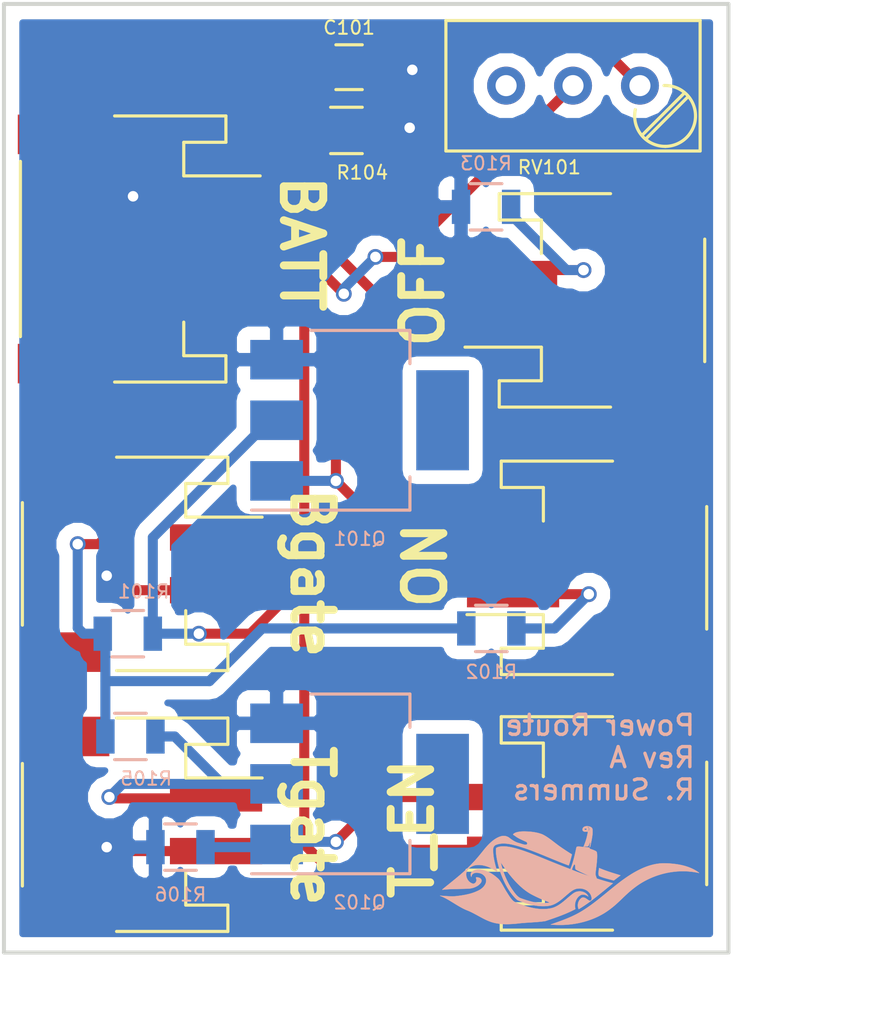
<source format=kicad_pcb>
(kicad_pcb (version 4) (host pcbnew 4.0.6-e0-6349~53~ubuntu16.04.1)

  (general
    (links 26)
    (no_connects 0)
    (area 169.65 57.224999 207.385715 98.000001)
    (thickness 1.6)
    (drawings 13)
    (tracks 98)
    (zones 0)
    (modules 17)
    (nets 11)
  )

  (page A4)
  (layers
    (0 F.Cu signal)
    (31 B.Cu signal)
    (32 B.Adhes user)
    (33 F.Adhes user)
    (34 B.Paste user)
    (35 F.Paste user)
    (36 B.SilkS user)
    (37 F.SilkS user)
    (38 B.Mask user)
    (39 F.Mask user)
    (40 Dwgs.User user)
    (41 Cmts.User user)
    (42 Eco1.User user)
    (43 Eco2.User user)
    (44 Edge.Cuts user)
    (45 Margin user)
    (46 B.CrtYd user)
    (47 F.CrtYd user)
    (48 B.Fab user hide)
    (49 F.Fab user hide)
  )

  (setup
    (last_trace_width 0.25)
    (trace_clearance 0.2)
    (zone_clearance 0.508)
    (zone_45_only no)
    (trace_min 0.2)
    (segment_width 0.2)
    (edge_width 0.15)
    (via_size 0.6)
    (via_drill 0.4)
    (via_min_size 0.4)
    (via_min_drill 0.3)
    (uvia_size 0.3)
    (uvia_drill 0.1)
    (uvias_allowed no)
    (uvia_min_size 0.2)
    (uvia_min_drill 0.1)
    (pcb_text_width 0.3)
    (pcb_text_size 1.5 1.5)
    (mod_edge_width 0.15)
    (mod_text_size 1 1)
    (mod_text_width 0.15)
    (pad_size 1.524 1.524)
    (pad_drill 0.762)
    (pad_to_mask_clearance 0)
    (aux_axis_origin 0 0)
    (visible_elements FFFFFF7F)
    (pcbplotparams
      (layerselection 0x00030_80000001)
      (usegerberextensions false)
      (excludeedgelayer true)
      (linewidth 0.100000)
      (plotframeref false)
      (viasonmask false)
      (mode 1)
      (useauxorigin false)
      (hpglpennumber 1)
      (hpglpenspeed 20)
      (hpglpendiameter 15)
      (hpglpenoverlay 2)
      (psnegative false)
      (psa4output false)
      (plotreference true)
      (plotvalue true)
      (plotinvisibletext false)
      (padsonsilk false)
      (subtractmaskfromsilk false)
      (outputformat 1)
      (mirror false)
      (drillshape 1)
      (scaleselection 1)
      (outputdirectory ""))
  )

  (net 0 "")
  (net 1 "Net-(C101-Pad1)")
  (net 2 GND)
  (net 3 /Vbulkhead)
  (net 4 /Vbattery)
  (net 5 "Net-(J102-Pad1)")
  (net 6 "Net-(J103-Pad1)")
  (net 7 "Net-(Q102-Pad1)")
  (net 8 "Net-(R102-Pad2)")
  (net 9 "Net-(R103-Pad1)")
  (net 10 "Net-(RV101-Pad3)")

  (net_class Default "This is the default net class."
    (clearance 0.2)
    (trace_width 0.25)
    (via_dia 0.6)
    (via_drill 0.4)
    (uvia_dia 0.3)
    (uvia_drill 0.1)
    (add_net /Vbattery)
    (add_net /Vbulkhead)
    (add_net GND)
    (add_net "Net-(C101-Pad1)")
    (add_net "Net-(J102-Pad1)")
    (add_net "Net-(J103-Pad1)")
    (add_net "Net-(Q102-Pad1)")
    (add_net "Net-(R102-Pad2)")
    (add_net "Net-(R103-Pad1)")
    (add_net "Net-(RV101-Pad3)")
  )

  (module Capacitors_SMD:C_0805 (layer F.Cu) (tedit 5A3EB215) (tstamp 5A3EA390)
    (at 184 59.7)
    (descr "Capacitor SMD 0805, reflow soldering, AVX (see smccp.pdf)")
    (tags "capacitor 0805")
    (path /5A3EBB15)
    (attr smd)
    (fp_text reference C101 (at 0 -1.5) (layer F.SilkS)
      (effects (font (size 0.508 0.508) (thickness 0.0762)))
    )
    (fp_text value 1u (at 0 1.75) (layer F.Fab)
      (effects (font (size 1 1) (thickness 0.15)))
    )
    (fp_text user %R (at 0 -1.5) (layer F.Fab)
      (effects (font (size 1 1) (thickness 0.15)))
    )
    (fp_line (start -1 0.62) (end -1 -0.62) (layer F.Fab) (width 0.1))
    (fp_line (start 1 0.62) (end -1 0.62) (layer F.Fab) (width 0.1))
    (fp_line (start 1 -0.62) (end 1 0.62) (layer F.Fab) (width 0.1))
    (fp_line (start -1 -0.62) (end 1 -0.62) (layer F.Fab) (width 0.1))
    (fp_line (start 0.5 -0.85) (end -0.5 -0.85) (layer F.SilkS) (width 0.12))
    (fp_line (start -0.5 0.85) (end 0.5 0.85) (layer F.SilkS) (width 0.12))
    (fp_line (start -1.75 -0.88) (end 1.75 -0.88) (layer F.CrtYd) (width 0.05))
    (fp_line (start -1.75 -0.88) (end -1.75 0.87) (layer F.CrtYd) (width 0.05))
    (fp_line (start 1.75 0.87) (end 1.75 -0.88) (layer F.CrtYd) (width 0.05))
    (fp_line (start 1.75 0.87) (end -1.75 0.87) (layer F.CrtYd) (width 0.05))
    (pad 1 smd rect (at -1 0) (size 1 1.25) (layers F.Cu F.Paste F.Mask)
      (net 1 "Net-(C101-Pad1)"))
    (pad 2 smd rect (at 1 0) (size 1 1.25) (layers F.Cu F.Paste F.Mask)
      (net 2 GND))
    (model Capacitors_SMD.3dshapes/C_0805.wrl
      (at (xyz 0 0 0))
      (scale (xyz 1 1 1))
      (rotate (xyz 0 0 0))
    )
  )

  (module Connectors_JST:JST_PH_S3B-PH-SM4-TB_03x2.00mm_Angled (layer F.Cu) (tedit 5A3EB0E3) (tstamp 5A3EA3B2)
    (at 176 66.6 270)
    (descr "JST PH series connector, S3B-PH-SM4-TB, side entry type, surface mount, Datasheet: http://www.jst-mfg.com/product/pdf/eng/ePH.pdf")
    (tags "connector jst ph")
    (path /5A3E9BA1)
    (attr smd)
    (fp_text reference J101 (at 0 -5.625 270) (layer F.SilkS) hide
      (effects (font (size 1 1) (thickness 0.15)))
    )
    (fp_text value CONN_01X03 (at 0 5.375 270) (layer F.Fab)
      (effects (font (size 1 1) (thickness 0.15)))
    )
    (fp_line (start -4.15 -1.625) (end -4.15 -3.225) (layer F.Fab) (width 0.1))
    (fp_line (start -4.15 -3.225) (end -4.95 -3.225) (layer F.Fab) (width 0.1))
    (fp_line (start -4.95 -3.225) (end -4.95 4.375) (layer F.Fab) (width 0.1))
    (fp_line (start -4.95 4.375) (end 4.95 4.375) (layer F.Fab) (width 0.1))
    (fp_line (start 4.95 4.375) (end 4.95 -3.225) (layer F.Fab) (width 0.1))
    (fp_line (start 4.95 -3.225) (end 4.15 -3.225) (layer F.Fab) (width 0.1))
    (fp_line (start 4.15 -3.225) (end 4.15 -1.625) (layer F.Fab) (width 0.1))
    (fp_line (start 4.15 -1.625) (end -4.15 -1.625) (layer F.Fab) (width 0.1))
    (fp_line (start -2.775 -1.725) (end -4.05 -1.725) (layer F.SilkS) (width 0.12))
    (fp_line (start -4.05 -1.725) (end -4.05 -3.325) (layer F.SilkS) (width 0.12))
    (fp_line (start -4.05 -3.325) (end -5.05 -3.325) (layer F.SilkS) (width 0.12))
    (fp_line (start -5.05 -3.325) (end -5.05 0.9) (layer F.SilkS) (width 0.12))
    (fp_line (start 5.05 0.9) (end 5.05 -3.325) (layer F.SilkS) (width 0.12))
    (fp_line (start 5.05 -3.325) (end 4.05 -3.325) (layer F.SilkS) (width 0.12))
    (fp_line (start 4.05 -3.325) (end 4.05 -1.725) (layer F.SilkS) (width 0.12))
    (fp_line (start 4.05 -1.725) (end 2.775 -1.725) (layer F.SilkS) (width 0.12))
    (fp_line (start -3.325 4.475) (end 3.325 4.475) (layer F.SilkS) (width 0.12))
    (fp_line (start -2.775 -1.725) (end -2.775 -4.625) (layer F.SilkS) (width 0.12))
    (fp_line (start -3 -1.625) (end -2 -0.625) (layer F.Fab) (width 0.1))
    (fp_line (start -2 -0.625) (end -1 -1.625) (layer F.Fab) (width 0.1))
    (fp_line (start -5.6 -5.13) (end -5.6 5.07) (layer F.CrtYd) (width 0.05))
    (fp_line (start -5.6 5.07) (end 5.6 5.07) (layer F.CrtYd) (width 0.05))
    (fp_line (start 5.6 5.07) (end 5.6 -5.13) (layer F.CrtYd) (width 0.05))
    (fp_line (start 5.6 -5.13) (end -5.6 -5.13) (layer F.CrtYd) (width 0.05))
    (fp_text user %R (at 0 1.5 270) (layer F.Fab)
      (effects (font (size 1 1) (thickness 0.15)))
    )
    (pad 1 smd rect (at -2 -2.875 270) (size 1 3.5) (layers F.Cu F.Paste F.Mask)
      (net 2 GND))
    (pad 2 smd rect (at 0 -2.875 270) (size 1 3.5) (layers F.Cu F.Paste F.Mask)
      (net 3 /Vbulkhead))
    (pad 3 smd rect (at 2 -2.875 270) (size 1 3.5) (layers F.Cu F.Paste F.Mask)
      (net 4 /Vbattery))
    (pad "" smd rect (at -4.35 2.875 270) (size 1.5 3.4) (layers F.Cu F.Paste F.Mask))
    (pad "" smd rect (at 4.35 2.875 270) (size 1.5 3.4) (layers F.Cu F.Paste F.Mask))
    (model robosub.3dshapes/JST_S3B_PH_SM4_TB.wrl
      (at (xyz -0.4 0.5 0))
      (scale (xyz 0.4 0.4 0.4))
      (rotate (xyz -90 0 0))
    )
  )

  (module Connectors_JST:JST_PH_S2B-PH-SM4-TB_02x2.00mm_Angled (layer F.Cu) (tedit 5A3EB0E7) (tstamp 5A3EA3D3)
    (at 176.075 78.55 270)
    (descr "JST PH series connector, S2B-PH-SM4-TB, side entry type, surface mount, Datasheet: http://www.jst-mfg.com/product/pdf/eng/ePH.pdf")
    (tags "connector jst ph")
    (path /5A3E98E9)
    (attr smd)
    (fp_text reference J102 (at 0 -5.625 270) (layer F.SilkS) hide
      (effects (font (size 1 1) (thickness 0.15)))
    )
    (fp_text value CONN_01X02 (at 0 5.375 270) (layer F.Fab)
      (effects (font (size 1 1) (thickness 0.15)))
    )
    (fp_line (start -3.15 -1.625) (end -3.15 -3.225) (layer F.Fab) (width 0.1))
    (fp_line (start -3.15 -3.225) (end -3.95 -3.225) (layer F.Fab) (width 0.1))
    (fp_line (start -3.95 -3.225) (end -3.95 4.375) (layer F.Fab) (width 0.1))
    (fp_line (start -3.95 4.375) (end 3.95 4.375) (layer F.Fab) (width 0.1))
    (fp_line (start 3.95 4.375) (end 3.95 -3.225) (layer F.Fab) (width 0.1))
    (fp_line (start 3.95 -3.225) (end 3.15 -3.225) (layer F.Fab) (width 0.1))
    (fp_line (start 3.15 -3.225) (end 3.15 -1.625) (layer F.Fab) (width 0.1))
    (fp_line (start 3.15 -1.625) (end -3.15 -1.625) (layer F.Fab) (width 0.1))
    (fp_line (start -1.775 -1.725) (end -3.05 -1.725) (layer F.SilkS) (width 0.12))
    (fp_line (start -3.05 -1.725) (end -3.05 -3.325) (layer F.SilkS) (width 0.12))
    (fp_line (start -3.05 -3.325) (end -4.05 -3.325) (layer F.SilkS) (width 0.12))
    (fp_line (start -4.05 -3.325) (end -4.05 0.9) (layer F.SilkS) (width 0.12))
    (fp_line (start 4.05 0.9) (end 4.05 -3.325) (layer F.SilkS) (width 0.12))
    (fp_line (start 4.05 -3.325) (end 3.05 -3.325) (layer F.SilkS) (width 0.12))
    (fp_line (start 3.05 -3.325) (end 3.05 -1.725) (layer F.SilkS) (width 0.12))
    (fp_line (start 3.05 -1.725) (end 1.775 -1.725) (layer F.SilkS) (width 0.12))
    (fp_line (start -2.325 4.475) (end 2.325 4.475) (layer F.SilkS) (width 0.12))
    (fp_line (start -1.775 -1.725) (end -1.775 -4.625) (layer F.SilkS) (width 0.12))
    (fp_line (start -2 -1.625) (end -1 -0.625) (layer F.Fab) (width 0.1))
    (fp_line (start -1 -0.625) (end 0 -1.625) (layer F.Fab) (width 0.1))
    (fp_line (start -4.6 -5.13) (end -4.6 5.07) (layer F.CrtYd) (width 0.05))
    (fp_line (start -4.6 5.07) (end 4.6 5.07) (layer F.CrtYd) (width 0.05))
    (fp_line (start 4.6 5.07) (end 4.6 -5.13) (layer F.CrtYd) (width 0.05))
    (fp_line (start 4.6 -5.13) (end -4.6 -5.13) (layer F.CrtYd) (width 0.05))
    (fp_text user %R (at 0 1.5 270) (layer F.Fab)
      (effects (font (size 1 1) (thickness 0.15)))
    )
    (pad 1 smd rect (at -1 -2.875 270) (size 1 3.5) (layers F.Cu F.Paste F.Mask)
      (net 5 "Net-(J102-Pad1)"))
    (pad 2 smd rect (at 1 -2.875 270) (size 1 3.5) (layers F.Cu F.Paste F.Mask)
      (net 2 GND))
    (pad "" smd rect (at -3.35 2.875 270) (size 1.5 3.4) (layers F.Cu F.Paste F.Mask))
    (pad "" smd rect (at 3.35 2.875 270) (size 1.5 3.4) (layers F.Cu F.Paste F.Mask))
    (model robosub.3dshapes/JST_S2B_PH_SM4_TB.wrl
      (at (xyz -0.32 0.5 0))
      (scale (xyz 0.4 0.4 0.4))
      (rotate (xyz -90 0 0))
    )
  )

  (module Connectors_JST:JST_PH_S2B-PH-SM4-TB_02x2.00mm_Angled (layer F.Cu) (tedit 5A3EB0EB) (tstamp 5A3EA3F4)
    (at 176.075 88.45 270)
    (descr "JST PH series connector, S2B-PH-SM4-TB, side entry type, surface mount, Datasheet: http://www.jst-mfg.com/product/pdf/eng/ePH.pdf")
    (tags "connector jst ph")
    (path /5A3F3E98)
    (attr smd)
    (fp_text reference J103 (at 0 -5.625 270) (layer F.SilkS) hide
      (effects (font (size 1 1) (thickness 0.15)))
    )
    (fp_text value CONN_01X02 (at 0 5.375 270) (layer F.Fab)
      (effects (font (size 1 1) (thickness 0.15)))
    )
    (fp_line (start -3.15 -1.625) (end -3.15 -3.225) (layer F.Fab) (width 0.1))
    (fp_line (start -3.15 -3.225) (end -3.95 -3.225) (layer F.Fab) (width 0.1))
    (fp_line (start -3.95 -3.225) (end -3.95 4.375) (layer F.Fab) (width 0.1))
    (fp_line (start -3.95 4.375) (end 3.95 4.375) (layer F.Fab) (width 0.1))
    (fp_line (start 3.95 4.375) (end 3.95 -3.225) (layer F.Fab) (width 0.1))
    (fp_line (start 3.95 -3.225) (end 3.15 -3.225) (layer F.Fab) (width 0.1))
    (fp_line (start 3.15 -3.225) (end 3.15 -1.625) (layer F.Fab) (width 0.1))
    (fp_line (start 3.15 -1.625) (end -3.15 -1.625) (layer F.Fab) (width 0.1))
    (fp_line (start -1.775 -1.725) (end -3.05 -1.725) (layer F.SilkS) (width 0.12))
    (fp_line (start -3.05 -1.725) (end -3.05 -3.325) (layer F.SilkS) (width 0.12))
    (fp_line (start -3.05 -3.325) (end -4.05 -3.325) (layer F.SilkS) (width 0.12))
    (fp_line (start -4.05 -3.325) (end -4.05 0.9) (layer F.SilkS) (width 0.12))
    (fp_line (start 4.05 0.9) (end 4.05 -3.325) (layer F.SilkS) (width 0.12))
    (fp_line (start 4.05 -3.325) (end 3.05 -3.325) (layer F.SilkS) (width 0.12))
    (fp_line (start 3.05 -3.325) (end 3.05 -1.725) (layer F.SilkS) (width 0.12))
    (fp_line (start 3.05 -1.725) (end 1.775 -1.725) (layer F.SilkS) (width 0.12))
    (fp_line (start -2.325 4.475) (end 2.325 4.475) (layer F.SilkS) (width 0.12))
    (fp_line (start -1.775 -1.725) (end -1.775 -4.625) (layer F.SilkS) (width 0.12))
    (fp_line (start -2 -1.625) (end -1 -0.625) (layer F.Fab) (width 0.1))
    (fp_line (start -1 -0.625) (end 0 -1.625) (layer F.Fab) (width 0.1))
    (fp_line (start -4.6 -5.13) (end -4.6 5.07) (layer F.CrtYd) (width 0.05))
    (fp_line (start -4.6 5.07) (end 4.6 5.07) (layer F.CrtYd) (width 0.05))
    (fp_line (start 4.6 5.07) (end 4.6 -5.13) (layer F.CrtYd) (width 0.05))
    (fp_line (start 4.6 -5.13) (end -4.6 -5.13) (layer F.CrtYd) (width 0.05))
    (fp_text user %R (at 0 1.5 270) (layer F.Fab)
      (effects (font (size 1 1) (thickness 0.15)))
    )
    (pad 1 smd rect (at -1 -2.875 270) (size 1 3.5) (layers F.Cu F.Paste F.Mask)
      (net 6 "Net-(J103-Pad1)"))
    (pad 2 smd rect (at 1 -2.875 270) (size 1 3.5) (layers F.Cu F.Paste F.Mask)
      (net 2 GND))
    (pad "" smd rect (at -3.35 2.875 270) (size 1.5 3.4) (layers F.Cu F.Paste F.Mask))
    (pad "" smd rect (at 3.35 2.875 270) (size 1.5 3.4) (layers F.Cu F.Paste F.Mask))
    (model robosub.3dshapes/JST_S2B_PH_SM4_TB.wrl
      (at (xyz -0.32 0.5 0))
      (scale (xyz 0.4 0.4 0.4))
      (rotate (xyz -90 0 0))
    )
  )

  (module TO_SOT_Packages_SMD:SOT-223 (layer B.Cu) (tedit 5A3EB291) (tstamp 5A3EA40A)
    (at 184.4 73.1)
    (descr "module CMS SOT223 4 pins")
    (tags "CMS SOT")
    (path /5A3F37D9)
    (attr smd)
    (fp_text reference Q101 (at 0 4.5) (layer B.SilkS)
      (effects (font (size 0.508 0.508) (thickness 0.0762)) (justify mirror))
    )
    (fp_text value Q_NMOS_GDS (at 0 -4.5) (layer B.Fab)
      (effects (font (size 1 1) (thickness 0.15)) (justify mirror))
    )
    (fp_text user %R (at 0 0 270) (layer B.Fab)
      (effects (font (size 0.8 0.8) (thickness 0.12)) (justify mirror))
    )
    (fp_line (start -1.85 2.3) (end -0.8 3.35) (layer B.Fab) (width 0.1))
    (fp_line (start 1.91 -3.41) (end 1.91 -2.15) (layer B.SilkS) (width 0.12))
    (fp_line (start 1.91 3.41) (end 1.91 2.15) (layer B.SilkS) (width 0.12))
    (fp_line (start 4.4 3.6) (end -4.4 3.6) (layer B.CrtYd) (width 0.05))
    (fp_line (start 4.4 -3.6) (end 4.4 3.6) (layer B.CrtYd) (width 0.05))
    (fp_line (start -4.4 -3.6) (end 4.4 -3.6) (layer B.CrtYd) (width 0.05))
    (fp_line (start -4.4 3.6) (end -4.4 -3.6) (layer B.CrtYd) (width 0.05))
    (fp_line (start -1.85 2.3) (end -1.85 -3.35) (layer B.Fab) (width 0.1))
    (fp_line (start -1.85 -3.41) (end 1.91 -3.41) (layer B.SilkS) (width 0.12))
    (fp_line (start -0.8 3.35) (end 1.85 3.35) (layer B.Fab) (width 0.1))
    (fp_line (start -4.1 3.41) (end 1.91 3.41) (layer B.SilkS) (width 0.12))
    (fp_line (start -1.85 -3.35) (end 1.85 -3.35) (layer B.Fab) (width 0.1))
    (fp_line (start 1.85 3.35) (end 1.85 -3.35) (layer B.Fab) (width 0.1))
    (pad 4 smd rect (at 3.15 0) (size 2 3.8) (layers B.Cu B.Paste B.Mask))
    (pad 2 smd rect (at -3.15 0) (size 2 1.5) (layers B.Cu B.Paste B.Mask)
      (net 5 "Net-(J102-Pad1)"))
    (pad 3 smd rect (at -3.15 -2.3) (size 2 1.5) (layers B.Cu B.Paste B.Mask)
      (net 2 GND))
    (pad 1 smd rect (at -3.15 2.3) (size 2 1.5) (layers B.Cu B.Paste B.Mask)
      (net 1 "Net-(C101-Pad1)"))
    (model ${KISYS3DMOD}/TO_SOT_Packages_SMD.3dshapes/SOT-223.wrl
      (at (xyz 0 0 0))
      (scale (xyz 0.4 0.4 0.4))
      (rotate (xyz 0 0 90))
    )
  )

  (module TO_SOT_Packages_SMD:SOT-223 (layer B.Cu) (tedit 5A3EB27B) (tstamp 5A3EA420)
    (at 184.4 86.9)
    (descr "module CMS SOT223 4 pins")
    (tags "CMS SOT")
    (path /5A3F3B85)
    (attr smd)
    (fp_text reference Q102 (at 0 4.5) (layer B.SilkS)
      (effects (font (size 0.508 0.508) (thickness 0.0762)) (justify mirror))
    )
    (fp_text value Q_NMOS_GDS (at 0 -4.5) (layer B.Fab)
      (effects (font (size 1 1) (thickness 0.15)) (justify mirror))
    )
    (fp_text user %R (at 0 0 270) (layer B.Fab)
      (effects (font (size 0.8 0.8) (thickness 0.12)) (justify mirror))
    )
    (fp_line (start -1.85 2.3) (end -0.8 3.35) (layer B.Fab) (width 0.1))
    (fp_line (start 1.91 -3.41) (end 1.91 -2.15) (layer B.SilkS) (width 0.12))
    (fp_line (start 1.91 3.41) (end 1.91 2.15) (layer B.SilkS) (width 0.12))
    (fp_line (start 4.4 3.6) (end -4.4 3.6) (layer B.CrtYd) (width 0.05))
    (fp_line (start 4.4 -3.6) (end 4.4 3.6) (layer B.CrtYd) (width 0.05))
    (fp_line (start -4.4 -3.6) (end 4.4 -3.6) (layer B.CrtYd) (width 0.05))
    (fp_line (start -4.4 3.6) (end -4.4 -3.6) (layer B.CrtYd) (width 0.05))
    (fp_line (start -1.85 2.3) (end -1.85 -3.35) (layer B.Fab) (width 0.1))
    (fp_line (start -1.85 -3.41) (end 1.91 -3.41) (layer B.SilkS) (width 0.12))
    (fp_line (start -0.8 3.35) (end 1.85 3.35) (layer B.Fab) (width 0.1))
    (fp_line (start -4.1 3.41) (end 1.91 3.41) (layer B.SilkS) (width 0.12))
    (fp_line (start -1.85 -3.35) (end 1.85 -3.35) (layer B.Fab) (width 0.1))
    (fp_line (start 1.85 3.35) (end 1.85 -3.35) (layer B.Fab) (width 0.1))
    (pad 4 smd rect (at 3.15 0) (size 2 3.8) (layers B.Cu B.Paste B.Mask))
    (pad 2 smd rect (at -3.15 0) (size 2 1.5) (layers B.Cu B.Paste B.Mask)
      (net 6 "Net-(J103-Pad1)"))
    (pad 3 smd rect (at -3.15 -2.3) (size 2 1.5) (layers B.Cu B.Paste B.Mask)
      (net 2 GND))
    (pad 1 smd rect (at -3.15 2.3) (size 2 1.5) (layers B.Cu B.Paste B.Mask)
      (net 7 "Net-(Q102-Pad1)"))
    (model ${KISYS3DMOD}/TO_SOT_Packages_SMD.3dshapes/SOT-223.wrl
      (at (xyz 0 0 0))
      (scale (xyz 0.4 0.4 0.4))
      (rotate (xyz 0 0 90))
    )
  )

  (module Resistors_SMD:R_0805 (layer B.Cu) (tedit 5A3EB287) (tstamp 5A3EA431)
    (at 175.6 81.2)
    (descr "Resistor SMD 0805, reflow soldering, Vishay (see dcrcw.pdf)")
    (tags "resistor 0805")
    (path /5A3F205B)
    (attr smd)
    (fp_text reference R101 (at 0.6 -1.6) (layer B.SilkS)
      (effects (font (size 0.508 0.508) (thickness 0.0762)) (justify mirror))
    )
    (fp_text value 10k (at 0 -1.75) (layer B.Fab)
      (effects (font (size 1 1) (thickness 0.15)) (justify mirror))
    )
    (fp_text user %R (at 0 0) (layer B.Fab)
      (effects (font (size 0.5 0.5) (thickness 0.075)) (justify mirror))
    )
    (fp_line (start -1 -0.62) (end -1 0.62) (layer B.Fab) (width 0.1))
    (fp_line (start 1 -0.62) (end -1 -0.62) (layer B.Fab) (width 0.1))
    (fp_line (start 1 0.62) (end 1 -0.62) (layer B.Fab) (width 0.1))
    (fp_line (start -1 0.62) (end 1 0.62) (layer B.Fab) (width 0.1))
    (fp_line (start 0.6 -0.88) (end -0.6 -0.88) (layer B.SilkS) (width 0.12))
    (fp_line (start -0.6 0.88) (end 0.6 0.88) (layer B.SilkS) (width 0.12))
    (fp_line (start -1.55 0.9) (end 1.55 0.9) (layer B.CrtYd) (width 0.05))
    (fp_line (start -1.55 0.9) (end -1.55 -0.9) (layer B.CrtYd) (width 0.05))
    (fp_line (start 1.55 -0.9) (end 1.55 0.9) (layer B.CrtYd) (width 0.05))
    (fp_line (start 1.55 -0.9) (end -1.55 -0.9) (layer B.CrtYd) (width 0.05))
    (pad 1 smd rect (at -0.95 0) (size 0.7 1.3) (layers B.Cu B.Paste B.Mask)
      (net 4 /Vbattery))
    (pad 2 smd rect (at 0.95 0) (size 0.7 1.3) (layers B.Cu B.Paste B.Mask)
      (net 5 "Net-(J102-Pad1)"))
    (model ${KISYS3DMOD}/Resistors_SMD.3dshapes/R_0805.wrl
      (at (xyz 0 0 0))
      (scale (xyz 1 1 1))
      (rotate (xyz 0 0 0))
    )
  )

  (module Resistors_SMD:R_0805 (layer B.Cu) (tedit 5A3EB277) (tstamp 5A3EA442)
    (at 189.4 81)
    (descr "Resistor SMD 0805, reflow soldering, Vishay (see dcrcw.pdf)")
    (tags "resistor 0805")
    (path /5A3ECDA8)
    (attr smd)
    (fp_text reference R102 (at 0 1.65) (layer B.SilkS)
      (effects (font (size 0.508 0.508) (thickness 0.0762)) (justify mirror))
    )
    (fp_text value 1k (at 0 -1.75) (layer B.Fab)
      (effects (font (size 1 1) (thickness 0.15)) (justify mirror))
    )
    (fp_text user %R (at 0 0) (layer B.Fab)
      (effects (font (size 0.5 0.5) (thickness 0.075)) (justify mirror))
    )
    (fp_line (start -1 -0.62) (end -1 0.62) (layer B.Fab) (width 0.1))
    (fp_line (start 1 -0.62) (end -1 -0.62) (layer B.Fab) (width 0.1))
    (fp_line (start 1 0.62) (end 1 -0.62) (layer B.Fab) (width 0.1))
    (fp_line (start -1 0.62) (end 1 0.62) (layer B.Fab) (width 0.1))
    (fp_line (start 0.6 -0.88) (end -0.6 -0.88) (layer B.SilkS) (width 0.12))
    (fp_line (start -0.6 0.88) (end 0.6 0.88) (layer B.SilkS) (width 0.12))
    (fp_line (start -1.55 0.9) (end 1.55 0.9) (layer B.CrtYd) (width 0.05))
    (fp_line (start -1.55 0.9) (end -1.55 -0.9) (layer B.CrtYd) (width 0.05))
    (fp_line (start 1.55 -0.9) (end 1.55 0.9) (layer B.CrtYd) (width 0.05))
    (fp_line (start 1.55 -0.9) (end -1.55 -0.9) (layer B.CrtYd) (width 0.05))
    (pad 1 smd rect (at -0.95 0) (size 0.7 1.3) (layers B.Cu B.Paste B.Mask)
      (net 4 /Vbattery))
    (pad 2 smd rect (at 0.95 0) (size 0.7 1.3) (layers B.Cu B.Paste B.Mask)
      (net 8 "Net-(R102-Pad2)"))
    (model ${KISYS3DMOD}/Resistors_SMD.3dshapes/R_0805.wrl
      (at (xyz 0 0 0))
      (scale (xyz 1 1 1))
      (rotate (xyz 0 0 0))
    )
  )

  (module Resistors_SMD:R_0805 (layer B.Cu) (tedit 5A3EB298) (tstamp 5A3EA453)
    (at 189.2 65 180)
    (descr "Resistor SMD 0805, reflow soldering, Vishay (see dcrcw.pdf)")
    (tags "resistor 0805")
    (path /5A3ECD09)
    (attr smd)
    (fp_text reference R103 (at 0 1.65 180) (layer B.SilkS)
      (effects (font (size 0.508 0.508) (thickness 0.0762)) (justify mirror))
    )
    (fp_text value 1k (at 0 -1.75 180) (layer B.Fab)
      (effects (font (size 1 1) (thickness 0.15)) (justify mirror))
    )
    (fp_text user %R (at 0 0 180) (layer B.Fab)
      (effects (font (size 0.5 0.5) (thickness 0.075)) (justify mirror))
    )
    (fp_line (start -1 -0.62) (end -1 0.62) (layer B.Fab) (width 0.1))
    (fp_line (start 1 -0.62) (end -1 -0.62) (layer B.Fab) (width 0.1))
    (fp_line (start 1 0.62) (end 1 -0.62) (layer B.Fab) (width 0.1))
    (fp_line (start -1 0.62) (end 1 0.62) (layer B.Fab) (width 0.1))
    (fp_line (start 0.6 -0.88) (end -0.6 -0.88) (layer B.SilkS) (width 0.12))
    (fp_line (start -0.6 0.88) (end 0.6 0.88) (layer B.SilkS) (width 0.12))
    (fp_line (start -1.55 0.9) (end 1.55 0.9) (layer B.CrtYd) (width 0.05))
    (fp_line (start -1.55 0.9) (end -1.55 -0.9) (layer B.CrtYd) (width 0.05))
    (fp_line (start 1.55 -0.9) (end 1.55 0.9) (layer B.CrtYd) (width 0.05))
    (fp_line (start 1.55 -0.9) (end -1.55 -0.9) (layer B.CrtYd) (width 0.05))
    (pad 1 smd rect (at -0.95 0 180) (size 0.7 1.3) (layers B.Cu B.Paste B.Mask)
      (net 9 "Net-(R103-Pad1)"))
    (pad 2 smd rect (at 0.95 0 180) (size 0.7 1.3) (layers B.Cu B.Paste B.Mask)
      (net 2 GND))
    (model ${KISYS3DMOD}/Resistors_SMD.3dshapes/R_0805.wrl
      (at (xyz 0 0 0))
      (scale (xyz 1 1 1))
      (rotate (xyz 0 0 0))
    )
  )

  (module Resistors_SMD:R_0805 (layer F.Cu) (tedit 5A3EB20D) (tstamp 5A3EA464)
    (at 183.9 62.1)
    (descr "Resistor SMD 0805, reflow soldering, Vishay (see dcrcw.pdf)")
    (tags "resistor 0805")
    (path /5A3EBB6C)
    (attr smd)
    (fp_text reference R104 (at 0.6 1.6) (layer F.SilkS)
      (effects (font (size 0.508 0.508) (thickness 0.0762)))
    )
    (fp_text value 10k (at 0 1.75) (layer F.Fab)
      (effects (font (size 1 1) (thickness 0.15)))
    )
    (fp_text user %R (at 0 0) (layer F.Fab)
      (effects (font (size 0.5 0.5) (thickness 0.075)))
    )
    (fp_line (start -1 0.62) (end -1 -0.62) (layer F.Fab) (width 0.1))
    (fp_line (start 1 0.62) (end -1 0.62) (layer F.Fab) (width 0.1))
    (fp_line (start 1 -0.62) (end 1 0.62) (layer F.Fab) (width 0.1))
    (fp_line (start -1 -0.62) (end 1 -0.62) (layer F.Fab) (width 0.1))
    (fp_line (start 0.6 0.88) (end -0.6 0.88) (layer F.SilkS) (width 0.12))
    (fp_line (start -0.6 -0.88) (end 0.6 -0.88) (layer F.SilkS) (width 0.12))
    (fp_line (start -1.55 -0.9) (end 1.55 -0.9) (layer F.CrtYd) (width 0.05))
    (fp_line (start -1.55 -0.9) (end -1.55 0.9) (layer F.CrtYd) (width 0.05))
    (fp_line (start 1.55 0.9) (end 1.55 -0.9) (layer F.CrtYd) (width 0.05))
    (fp_line (start 1.55 0.9) (end -1.55 0.9) (layer F.CrtYd) (width 0.05))
    (pad 1 smd rect (at -0.95 0) (size 0.7 1.3) (layers F.Cu F.Paste F.Mask)
      (net 1 "Net-(C101-Pad1)"))
    (pad 2 smd rect (at 0.95 0) (size 0.7 1.3) (layers F.Cu F.Paste F.Mask)
      (net 2 GND))
    (model ${KISYS3DMOD}/Resistors_SMD.3dshapes/R_0805.wrl
      (at (xyz 0 0 0))
      (scale (xyz 1 1 1))
      (rotate (xyz 0 0 0))
    )
  )

  (module Resistors_SMD:R_0805 (layer B.Cu) (tedit 5A3EB282) (tstamp 5A3EA475)
    (at 175.7 85.1)
    (descr "Resistor SMD 0805, reflow soldering, Vishay (see dcrcw.pdf)")
    (tags "resistor 0805")
    (path /5A3F1A05)
    (attr smd)
    (fp_text reference R105 (at 0.6 1.6) (layer B.SilkS)
      (effects (font (size 0.508 0.508) (thickness 0.0762)) (justify mirror))
    )
    (fp_text value 10k (at 0 -1.75) (layer B.Fab)
      (effects (font (size 1 1) (thickness 0.15)) (justify mirror))
    )
    (fp_text user %R (at 0 0) (layer B.Fab)
      (effects (font (size 0.5 0.5) (thickness 0.075)) (justify mirror))
    )
    (fp_line (start -1 -0.62) (end -1 0.62) (layer B.Fab) (width 0.1))
    (fp_line (start 1 -0.62) (end -1 -0.62) (layer B.Fab) (width 0.1))
    (fp_line (start 1 0.62) (end 1 -0.62) (layer B.Fab) (width 0.1))
    (fp_line (start -1 0.62) (end 1 0.62) (layer B.Fab) (width 0.1))
    (fp_line (start 0.6 -0.88) (end -0.6 -0.88) (layer B.SilkS) (width 0.12))
    (fp_line (start -0.6 0.88) (end 0.6 0.88) (layer B.SilkS) (width 0.12))
    (fp_line (start -1.55 0.9) (end 1.55 0.9) (layer B.CrtYd) (width 0.05))
    (fp_line (start -1.55 0.9) (end -1.55 -0.9) (layer B.CrtYd) (width 0.05))
    (fp_line (start 1.55 -0.9) (end 1.55 0.9) (layer B.CrtYd) (width 0.05))
    (fp_line (start 1.55 -0.9) (end -1.55 -0.9) (layer B.CrtYd) (width 0.05))
    (pad 1 smd rect (at -0.95 0) (size 0.7 1.3) (layers B.Cu B.Paste B.Mask)
      (net 4 /Vbattery))
    (pad 2 smd rect (at 0.95 0) (size 0.7 1.3) (layers B.Cu B.Paste B.Mask)
      (net 6 "Net-(J103-Pad1)"))
    (model ${KISYS3DMOD}/Resistors_SMD.3dshapes/R_0805.wrl
      (at (xyz 0 0 0))
      (scale (xyz 1 1 1))
      (rotate (xyz 0 0 0))
    )
  )

  (module Resistors_SMD:R_0805 (layer B.Cu) (tedit 5A3EB27E) (tstamp 5A3EA486)
    (at 177.6 89.3 180)
    (descr "Resistor SMD 0805, reflow soldering, Vishay (see dcrcw.pdf)")
    (tags "resistor 0805")
    (path /5A3F1D5A)
    (attr smd)
    (fp_text reference R106 (at 0 -1.8 180) (layer B.SilkS)
      (effects (font (size 0.508 0.508) (thickness 0.0762)) (justify mirror))
    )
    (fp_text value 10k (at 0 -1.75 180) (layer B.Fab)
      (effects (font (size 1 1) (thickness 0.15)) (justify mirror))
    )
    (fp_text user %R (at 0 0 180) (layer B.Fab)
      (effects (font (size 0.5 0.5) (thickness 0.075)) (justify mirror))
    )
    (fp_line (start -1 -0.62) (end -1 0.62) (layer B.Fab) (width 0.1))
    (fp_line (start 1 -0.62) (end -1 -0.62) (layer B.Fab) (width 0.1))
    (fp_line (start 1 0.62) (end 1 -0.62) (layer B.Fab) (width 0.1))
    (fp_line (start -1 0.62) (end 1 0.62) (layer B.Fab) (width 0.1))
    (fp_line (start 0.6 -0.88) (end -0.6 -0.88) (layer B.SilkS) (width 0.12))
    (fp_line (start -0.6 0.88) (end 0.6 0.88) (layer B.SilkS) (width 0.12))
    (fp_line (start -1.55 0.9) (end 1.55 0.9) (layer B.CrtYd) (width 0.05))
    (fp_line (start -1.55 0.9) (end -1.55 -0.9) (layer B.CrtYd) (width 0.05))
    (fp_line (start 1.55 -0.9) (end 1.55 0.9) (layer B.CrtYd) (width 0.05))
    (fp_line (start 1.55 -0.9) (end -1.55 -0.9) (layer B.CrtYd) (width 0.05))
    (pad 1 smd rect (at -0.95 0 180) (size 0.7 1.3) (layers B.Cu B.Paste B.Mask)
      (net 7 "Net-(Q102-Pad1)"))
    (pad 2 smd rect (at 0.95 0 180) (size 0.7 1.3) (layers B.Cu B.Paste B.Mask)
      (net 2 GND))
    (model ${KISYS3DMOD}/Resistors_SMD.3dshapes/R_0805.wrl
      (at (xyz 0 0 0))
      (scale (xyz 1 1 1))
      (rotate (xyz 0 0 0))
    )
  )

  (module Potentiometers:Potentiometer_Trimmer_Bourns_3296W (layer F.Cu) (tedit 5A3EB204) (tstamp 5A3EA4A0)
    (at 195.04 60.4)
    (descr "Spindle Trimmer Potentiometer, Bourns 3296W, https://www.bourns.com/pdfs/3296.pdf")
    (tags "Spindle Trimmer Potentiometer   Bourns 3296W")
    (path /5A3EBBAD)
    (fp_text reference RV101 (at -3.44 3.1) (layer F.SilkS)
      (effects (font (size 0.508 0.508) (thickness 0.0762)))
    )
    (fp_text value POT (at -2.54 3.67) (layer F.Fab)
      (effects (font (size 1 1) (thickness 0.15)))
    )
    (fp_arc (start 0.955 1.15) (end 0.955 2.305) (angle -182) (layer F.SilkS) (width 0.12))
    (fp_arc (start 0.955 1.15) (end -0.174 0.91) (angle -103) (layer F.SilkS) (width 0.12))
    (fp_circle (center 0.955 1.15) (end 2.05 1.15) (layer F.Fab) (width 0.1))
    (fp_line (start -7.305 -2.41) (end -7.305 2.42) (layer F.Fab) (width 0.1))
    (fp_line (start -7.305 2.42) (end 2.225 2.42) (layer F.Fab) (width 0.1))
    (fp_line (start 2.225 2.42) (end 2.225 -2.41) (layer F.Fab) (width 0.1))
    (fp_line (start 2.225 -2.41) (end -7.305 -2.41) (layer F.Fab) (width 0.1))
    (fp_line (start 1.786 0.454) (end 0.259 1.981) (layer F.Fab) (width 0.1))
    (fp_line (start 1.652 0.32) (end 0.125 1.847) (layer F.Fab) (width 0.1))
    (fp_line (start -7.365 -2.47) (end 2.285 -2.47) (layer F.SilkS) (width 0.12))
    (fp_line (start -7.365 2.481) (end 2.285 2.481) (layer F.SilkS) (width 0.12))
    (fp_line (start -7.365 -2.47) (end -7.365 2.481) (layer F.SilkS) (width 0.12))
    (fp_line (start 2.285 -2.47) (end 2.285 2.481) (layer F.SilkS) (width 0.12))
    (fp_line (start 1.831 0.416) (end 0.22 2.026) (layer F.SilkS) (width 0.12))
    (fp_line (start 1.691 0.275) (end 0.079 1.885) (layer F.SilkS) (width 0.12))
    (fp_line (start -7.6 -2.7) (end -7.6 2.7) (layer F.CrtYd) (width 0.05))
    (fp_line (start -7.6 2.7) (end 2.5 2.7) (layer F.CrtYd) (width 0.05))
    (fp_line (start 2.5 2.7) (end 2.5 -2.7) (layer F.CrtYd) (width 0.05))
    (fp_line (start 2.5 -2.7) (end -7.6 -2.7) (layer F.CrtYd) (width 0.05))
    (pad 1 thru_hole circle (at 0 0) (size 1.44 1.44) (drill 0.8) (layers *.Cu *.Mask)
      (net 1 "Net-(C101-Pad1)"))
    (pad 2 thru_hole circle (at -2.54 0) (size 1.44 1.44) (drill 0.8) (layers *.Cu *.Mask)
      (net 3 /Vbulkhead))
    (pad 3 thru_hole circle (at -5.08 0) (size 1.44 1.44) (drill 0.8) (layers *.Cu *.Mask)
      (net 10 "Net-(RV101-Pad3)"))
    (model Potentiometers.3dshapes/Potentiometer_Trimmer_Bourns_3296W.wrl
      (at (xyz 0 0 0))
      (scale (xyz 1 1 1))
      (rotate (xyz 0 0 -90))
    )
  )

  (module Connectors_JST:JST_PH_S2B-PH-SM4-TB_02x2.00mm_Angled (layer F.Cu) (tedit 5A3EB0D9) (tstamp 5A3EA561)
    (at 193.1 78.7 90)
    (descr "JST PH series connector, S2B-PH-SM4-TB, side entry type, surface mount, Datasheet: http://www.jst-mfg.com/product/pdf/eng/ePH.pdf")
    (tags "connector jst ph")
    (path /5A3E97CC)
    (attr smd)
    (fp_text reference SW101 (at 0 -5.625 90) (layer F.SilkS) hide
      (effects (font (size 1 1) (thickness 0.15)))
    )
    (fp_text value SW_ON (at 0 5.375 90) (layer F.Fab)
      (effects (font (size 1 1) (thickness 0.15)))
    )
    (fp_line (start -3.15 -1.625) (end -3.15 -3.225) (layer F.Fab) (width 0.1))
    (fp_line (start -3.15 -3.225) (end -3.95 -3.225) (layer F.Fab) (width 0.1))
    (fp_line (start -3.95 -3.225) (end -3.95 4.375) (layer F.Fab) (width 0.1))
    (fp_line (start -3.95 4.375) (end 3.95 4.375) (layer F.Fab) (width 0.1))
    (fp_line (start 3.95 4.375) (end 3.95 -3.225) (layer F.Fab) (width 0.1))
    (fp_line (start 3.95 -3.225) (end 3.15 -3.225) (layer F.Fab) (width 0.1))
    (fp_line (start 3.15 -3.225) (end 3.15 -1.625) (layer F.Fab) (width 0.1))
    (fp_line (start 3.15 -1.625) (end -3.15 -1.625) (layer F.Fab) (width 0.1))
    (fp_line (start -1.775 -1.725) (end -3.05 -1.725) (layer F.SilkS) (width 0.12))
    (fp_line (start -3.05 -1.725) (end -3.05 -3.325) (layer F.SilkS) (width 0.12))
    (fp_line (start -3.05 -3.325) (end -4.05 -3.325) (layer F.SilkS) (width 0.12))
    (fp_line (start -4.05 -3.325) (end -4.05 0.9) (layer F.SilkS) (width 0.12))
    (fp_line (start 4.05 0.9) (end 4.05 -3.325) (layer F.SilkS) (width 0.12))
    (fp_line (start 4.05 -3.325) (end 3.05 -3.325) (layer F.SilkS) (width 0.12))
    (fp_line (start 3.05 -3.325) (end 3.05 -1.725) (layer F.SilkS) (width 0.12))
    (fp_line (start 3.05 -1.725) (end 1.775 -1.725) (layer F.SilkS) (width 0.12))
    (fp_line (start -2.325 4.475) (end 2.325 4.475) (layer F.SilkS) (width 0.12))
    (fp_line (start -1.775 -1.725) (end -1.775 -4.625) (layer F.SilkS) (width 0.12))
    (fp_line (start -2 -1.625) (end -1 -0.625) (layer F.Fab) (width 0.1))
    (fp_line (start -1 -0.625) (end 0 -1.625) (layer F.Fab) (width 0.1))
    (fp_line (start -4.6 -5.13) (end -4.6 5.07) (layer F.CrtYd) (width 0.05))
    (fp_line (start -4.6 5.07) (end 4.6 5.07) (layer F.CrtYd) (width 0.05))
    (fp_line (start 4.6 5.07) (end 4.6 -5.13) (layer F.CrtYd) (width 0.05))
    (fp_line (start 4.6 -5.13) (end -4.6 -5.13) (layer F.CrtYd) (width 0.05))
    (fp_text user %R (at 0 1.5 90) (layer F.Fab)
      (effects (font (size 1 1) (thickness 0.15)))
    )
    (pad 1 smd rect (at -1 -2.875 90) (size 1 3.5) (layers F.Cu F.Paste F.Mask)
      (net 8 "Net-(R102-Pad2)"))
    (pad 2 smd rect (at 1 -2.875 90) (size 1 3.5) (layers F.Cu F.Paste F.Mask)
      (net 1 "Net-(C101-Pad1)"))
    (pad "" smd rect (at -3.35 2.875 90) (size 1.5 3.4) (layers F.Cu F.Paste F.Mask))
    (pad "" smd rect (at 3.35 2.875 90) (size 1.5 3.4) (layers F.Cu F.Paste F.Mask))
    (model robosub.3dshapes/JST_S2B_PH_SM4_TB.wrl
      (at (xyz -0.32 0.5 0))
      (scale (xyz 0.4 0.4 0.4))
      (rotate (xyz -90 0 0))
    )
  )

  (module Connectors_JST:JST_PH_S2B-PH-SM4-TB_02x2.00mm_Angled (layer F.Cu) (tedit 5A3EB0DE) (tstamp 5A3EA582)
    (at 193.025 68.55 90)
    (descr "JST PH series connector, S2B-PH-SM4-TB, side entry type, surface mount, Datasheet: http://www.jst-mfg.com/product/pdf/eng/ePH.pdf")
    (tags "connector jst ph")
    (path /5A3F4A22)
    (attr smd)
    (fp_text reference SW102 (at 0 -5.625 90) (layer F.SilkS) hide
      (effects (font (size 1 1) (thickness 0.15)))
    )
    (fp_text value SW_OFF (at 0 5.375 90) (layer F.Fab)
      (effects (font (size 1 1) (thickness 0.15)))
    )
    (fp_line (start -3.15 -1.625) (end -3.15 -3.225) (layer F.Fab) (width 0.1))
    (fp_line (start -3.15 -3.225) (end -3.95 -3.225) (layer F.Fab) (width 0.1))
    (fp_line (start -3.95 -3.225) (end -3.95 4.375) (layer F.Fab) (width 0.1))
    (fp_line (start -3.95 4.375) (end 3.95 4.375) (layer F.Fab) (width 0.1))
    (fp_line (start 3.95 4.375) (end 3.95 -3.225) (layer F.Fab) (width 0.1))
    (fp_line (start 3.95 -3.225) (end 3.15 -3.225) (layer F.Fab) (width 0.1))
    (fp_line (start 3.15 -3.225) (end 3.15 -1.625) (layer F.Fab) (width 0.1))
    (fp_line (start 3.15 -1.625) (end -3.15 -1.625) (layer F.Fab) (width 0.1))
    (fp_line (start -1.775 -1.725) (end -3.05 -1.725) (layer F.SilkS) (width 0.12))
    (fp_line (start -3.05 -1.725) (end -3.05 -3.325) (layer F.SilkS) (width 0.12))
    (fp_line (start -3.05 -3.325) (end -4.05 -3.325) (layer F.SilkS) (width 0.12))
    (fp_line (start -4.05 -3.325) (end -4.05 0.9) (layer F.SilkS) (width 0.12))
    (fp_line (start 4.05 0.9) (end 4.05 -3.325) (layer F.SilkS) (width 0.12))
    (fp_line (start 4.05 -3.325) (end 3.05 -3.325) (layer F.SilkS) (width 0.12))
    (fp_line (start 3.05 -3.325) (end 3.05 -1.725) (layer F.SilkS) (width 0.12))
    (fp_line (start 3.05 -1.725) (end 1.775 -1.725) (layer F.SilkS) (width 0.12))
    (fp_line (start -2.325 4.475) (end 2.325 4.475) (layer F.SilkS) (width 0.12))
    (fp_line (start -1.775 -1.725) (end -1.775 -4.625) (layer F.SilkS) (width 0.12))
    (fp_line (start -2 -1.625) (end -1 -0.625) (layer F.Fab) (width 0.1))
    (fp_line (start -1 -0.625) (end 0 -1.625) (layer F.Fab) (width 0.1))
    (fp_line (start -4.6 -5.13) (end -4.6 5.07) (layer F.CrtYd) (width 0.05))
    (fp_line (start -4.6 5.07) (end 4.6 5.07) (layer F.CrtYd) (width 0.05))
    (fp_line (start 4.6 5.07) (end 4.6 -5.13) (layer F.CrtYd) (width 0.05))
    (fp_line (start 4.6 -5.13) (end -4.6 -5.13) (layer F.CrtYd) (width 0.05))
    (fp_text user %R (at 0 1.5 90) (layer F.Fab)
      (effects (font (size 1 1) (thickness 0.15)))
    )
    (pad 1 smd rect (at -1 -2.875 90) (size 1 3.5) (layers F.Cu F.Paste F.Mask)
      (net 1 "Net-(C101-Pad1)"))
    (pad 2 smd rect (at 1 -2.875 90) (size 1 3.5) (layers F.Cu F.Paste F.Mask)
      (net 9 "Net-(R103-Pad1)"))
    (pad "" smd rect (at -3.35 2.875 90) (size 1.5 3.4) (layers F.Cu F.Paste F.Mask))
    (pad "" smd rect (at 3.35 2.875 90) (size 1.5 3.4) (layers F.Cu F.Paste F.Mask))
    (model robosub.3dshapes/JST_S2B_PH_SM4_TB.wrl
      (at (xyz -0.32 0.5 0))
      (scale (xyz 0.4 0.4 0.4))
      (rotate (xyz -90 0 0))
    )
  )

  (module Connectors_JST:JST_PH_S2B-PH-SM4-TB_02x2.00mm_Angled (layer F.Cu) (tedit 5A3EB0D4) (tstamp 5A3EA5A3)
    (at 193.1 88.4 90)
    (descr "JST PH series connector, S2B-PH-SM4-TB, side entry type, surface mount, Datasheet: http://www.jst-mfg.com/product/pdf/eng/ePH.pdf")
    (tags "connector jst ph")
    (path /5A3F4A85)
    (attr smd)
    (fp_text reference SW103 (at 0 -5.625 90) (layer F.SilkS) hide
      (effects (font (size 1 1) (thickness 0.15)))
    )
    (fp_text value SW_TEN (at 0 5.375 90) (layer F.Fab)
      (effects (font (size 1 1) (thickness 0.15)))
    )
    (fp_line (start -3.15 -1.625) (end -3.15 -3.225) (layer F.Fab) (width 0.1))
    (fp_line (start -3.15 -3.225) (end -3.95 -3.225) (layer F.Fab) (width 0.1))
    (fp_line (start -3.95 -3.225) (end -3.95 4.375) (layer F.Fab) (width 0.1))
    (fp_line (start -3.95 4.375) (end 3.95 4.375) (layer F.Fab) (width 0.1))
    (fp_line (start 3.95 4.375) (end 3.95 -3.225) (layer F.Fab) (width 0.1))
    (fp_line (start 3.95 -3.225) (end 3.15 -3.225) (layer F.Fab) (width 0.1))
    (fp_line (start 3.15 -3.225) (end 3.15 -1.625) (layer F.Fab) (width 0.1))
    (fp_line (start 3.15 -1.625) (end -3.15 -1.625) (layer F.Fab) (width 0.1))
    (fp_line (start -1.775 -1.725) (end -3.05 -1.725) (layer F.SilkS) (width 0.12))
    (fp_line (start -3.05 -1.725) (end -3.05 -3.325) (layer F.SilkS) (width 0.12))
    (fp_line (start -3.05 -3.325) (end -4.05 -3.325) (layer F.SilkS) (width 0.12))
    (fp_line (start -4.05 -3.325) (end -4.05 0.9) (layer F.SilkS) (width 0.12))
    (fp_line (start 4.05 0.9) (end 4.05 -3.325) (layer F.SilkS) (width 0.12))
    (fp_line (start 4.05 -3.325) (end 3.05 -3.325) (layer F.SilkS) (width 0.12))
    (fp_line (start 3.05 -3.325) (end 3.05 -1.725) (layer F.SilkS) (width 0.12))
    (fp_line (start 3.05 -1.725) (end 1.775 -1.725) (layer F.SilkS) (width 0.12))
    (fp_line (start -2.325 4.475) (end 2.325 4.475) (layer F.SilkS) (width 0.12))
    (fp_line (start -1.775 -1.725) (end -1.775 -4.625) (layer F.SilkS) (width 0.12))
    (fp_line (start -2 -1.625) (end -1 -0.625) (layer F.Fab) (width 0.1))
    (fp_line (start -1 -0.625) (end 0 -1.625) (layer F.Fab) (width 0.1))
    (fp_line (start -4.6 -5.13) (end -4.6 5.07) (layer F.CrtYd) (width 0.05))
    (fp_line (start -4.6 5.07) (end 4.6 5.07) (layer F.CrtYd) (width 0.05))
    (fp_line (start 4.6 5.07) (end 4.6 -5.13) (layer F.CrtYd) (width 0.05))
    (fp_line (start 4.6 -5.13) (end -4.6 -5.13) (layer F.CrtYd) (width 0.05))
    (fp_text user %R (at 0 1.5 90) (layer F.Fab)
      (effects (font (size 1 1) (thickness 0.15)))
    )
    (pad 1 smd rect (at -1 -2.875 90) (size 1 3.5) (layers F.Cu F.Paste F.Mask)
      (net 3 /Vbulkhead))
    (pad 2 smd rect (at 1 -2.875 90) (size 1 3.5) (layers F.Cu F.Paste F.Mask)
      (net 7 "Net-(Q102-Pad1)"))
    (pad "" smd rect (at -3.35 2.875 90) (size 1.5 3.4) (layers F.Cu F.Paste F.Mask))
    (pad "" smd rect (at 3.35 2.875 90) (size 1.5 3.4) (layers F.Cu F.Paste F.Mask))
    (model robosub.3dshapes/JST_S2B_PH_SM4_TB.wrl
      (at (xyz -0.32 0.5 0))
      (scale (xyz 0.4 0.4 0.4))
      (rotate (xyz -90 0 0))
    )
  )

  (module robosub_footprints:robosub_logo-medium (layer B.Cu) (tedit 0) (tstamp 5A3EB45E)
    (at 192.3 90.5 180)
    (fp_text reference G*** (at 0 0 180) (layer B.SilkS) hide
      (effects (font (thickness 0.3)) (justify mirror))
    )
    (fp_text value LOGO (at 0.75 0 180) (layer B.SilkS) hide
      (effects (font (thickness 0.3)) (justify mirror))
    )
    (fp_poly (pts (xy -3.630522 0.586779) (xy -3.608205 0.586576) (xy -3.588209 0.586171) (xy -3.569697 0.585523)
      (xy -3.551832 0.584591) (xy -3.533775 0.583331) (xy -3.514687 0.581704) (xy -3.493732 0.579665)
      (xy -3.476535 0.577869) (xy -3.399362 0.567949) (xy -3.321616 0.554586) (xy -3.243241 0.537754)
      (xy -3.164179 0.517431) (xy -3.084373 0.493592) (xy -3.003765 0.466215) (xy -2.922298 0.435276)
      (xy -2.839914 0.400751) (xy -2.756557 0.362617) (xy -2.672168 0.32085) (xy -2.586691 0.275426)
      (xy -2.500069 0.226322) (xy -2.412243 0.173515) (xy -2.323156 0.11698) (xy -2.27 0.08188)
      (xy -2.236933 0.059573) (xy -2.204022 0.037032) (xy -2.17108 0.014115) (xy -2.137922 -0.00932)
      (xy -2.104361 -0.033416) (xy -2.07021 -0.058315) (xy -2.035284 -0.08416) (xy -1.999397 -0.111093)
      (xy -1.962361 -0.139256) (xy -1.923992 -0.168792) (xy -1.884102 -0.199844) (xy -1.842506 -0.232554)
      (xy -1.799018 -0.267064) (xy -1.75345 -0.303516) (xy -1.705617 -0.342054) (xy -1.655333 -0.38282)
      (xy -1.602411 -0.425955) (xy -1.55 -0.468867) (xy -1.50476 -0.505964) (xy -1.462416 -0.540648)
      (xy -1.422788 -0.573063) (xy -1.385697 -0.603355) (xy -1.350962 -0.631666) (xy -1.318405 -0.658141)
      (xy -1.287844 -0.682925) (xy -1.259101 -0.706161) (xy -1.231995 -0.727993) (xy -1.206346 -0.748567)
      (xy -1.181975 -0.768025) (xy -1.158702 -0.786513) (xy -1.136346 -0.804174) (xy -1.114729 -0.821153)
      (xy -1.09367 -0.837593) (xy -1.072989 -0.85364) (xy -1.052506 -0.869436) (xy -1.032042 -0.885127)
      (xy -1.011417 -0.900856) (xy -1.006 -0.904974) (xy -0.942525 -0.952574) (xy -0.878815 -0.999118)
      (xy -0.81522 -1.044372) (xy -0.752087 -1.088104) (xy -0.689765 -1.13008) (xy -0.628604 -1.170065)
      (xy -0.56895 -1.207826) (xy -0.511153 -1.243129) (xy -0.455561 -1.27574) (xy -0.44 -1.284605)
      (xy -0.39336 -1.310397) (xy -0.343515 -1.336845) (xy -0.291139 -1.363611) (xy -0.236903 -1.39036)
      (xy -0.18148 -1.416758) (xy -0.12554 -1.442466) (xy -0.111863 -1.448608) (xy -0.06872 -1.467598)
      (xy -0.023471 -1.486934) (xy 0.024049 -1.50668) (xy 0.074003 -1.526898) (xy 0.126557 -1.547651)
      (xy 0.181876 -1.569003) (xy 0.240124 -1.591017) (xy 0.301465 -1.613756) (xy 0.366064 -1.637282)
      (xy 0.434087 -1.661659) (xy 0.505697 -1.686951) (xy 0.558 -1.705216) (xy 0.575423 -1.711275)
      (xy 0.591729 -1.716947) (xy 0.60652 -1.722094) (xy 0.619396 -1.726576) (xy 0.629959 -1.730255)
      (xy 0.637809 -1.732992) (xy 0.642548 -1.734648) (xy 0.643786 -1.735084) (xy 0.645738 -1.736478)
      (xy 0.645621 -1.737045) (xy 0.643115 -1.737714) (xy 0.637008 -1.738556) (xy 0.627695 -1.739543)
      (xy 0.615569 -1.740647) (xy 0.601025 -1.741842) (xy 0.584457 -1.7431) (xy 0.566259 -1.744393)
      (xy 0.546826 -1.745695) (xy 0.526551 -1.746977) (xy 0.50583 -1.748213) (xy 0.485055 -1.749375)
      (xy 0.464621 -1.750437) (xy 0.444923 -1.751369) (xy 0.43 -1.752003) (xy 0.414569 -1.752499)
      (xy 0.395784 -1.752903) (xy 0.374291 -1.753218) (xy 0.350733 -1.753442) (xy 0.325755 -1.753576)
      (xy 0.300004 -1.753621) (xy 0.274123 -1.753576) (xy 0.248758 -1.753443) (xy 0.224553 -1.753221)
      (xy 0.202153 -1.752911) (xy 0.182204 -1.752513) (xy 0.16535 -1.752027) (xy 0.161 -1.751864)
      (xy 0.04898 -1.74565) (xy -0.062278 -1.735982) (xy -0.172624 -1.722901) (xy -0.281907 -1.706448)
      (xy -0.389974 -1.686664) (xy -0.496675 -1.663588) (xy -0.601858 -1.637262) (xy -0.705371 -1.607725)
      (xy -0.807064 -1.575018) (xy -0.906784 -1.539182) (xy -1.00438 -1.500257) (xy -1.099701 -1.458284)
      (xy -1.192595 -1.413302) (xy -1.28 -1.366967) (xy -1.3263 -1.340814) (xy -1.370797 -1.314587)
      (xy -1.414098 -1.287884) (xy -1.45681 -1.260301) (xy -1.49954 -1.231434) (xy -1.542896 -1.200878)
      (xy -1.587484 -1.168231) (xy -1.633912 -1.133089) (xy -1.648 -1.122224) (xy -1.672079 -1.10347)
      (xy -1.695167 -1.085244) (xy -1.717524 -1.067315) (xy -1.73941 -1.049454) (xy -1.761084 -1.03143)
      (xy -1.782807 -1.013014) (xy -1.804838 -0.993976) (xy -1.827437 -0.974086) (xy -1.850863 -0.953114)
      (xy -1.875376 -0.930831) (xy -1.901236 -0.907005) (xy -1.928703 -0.881408) (xy -1.958036 -0.853809)
      (xy -1.989495 -0.823979) (xy -2.02334 -0.791687) (xy -2.046878 -0.769138) (xy -2.081779 -0.735689)
      (xy -2.11404 -0.704844) (xy -2.143875 -0.676409) (xy -2.171501 -0.650188) (xy -2.197134 -0.625986)
      (xy -2.220989 -0.603608) (xy -2.243284 -0.582859) (xy -2.264233 -0.563543) (xy -2.284053 -0.545466)
      (xy -2.30296 -0.528433) (xy -2.321169 -0.512247) (xy -2.338897 -0.496715) (xy -2.35636 -0.481641)
      (xy -2.373773 -0.46683) (xy -2.391352 -0.452086) (xy -2.409314 -0.437215) (xy -2.427874 -0.422021)
      (xy -2.447249 -0.40631) (xy -2.458 -0.397642) (xy -2.519738 -0.348895) (xy -2.580006 -0.303254)
      (xy -2.639346 -0.260371) (xy -2.698303 -0.219895) (xy -2.757417 -0.181477) (xy -2.817231 -0.144766)
      (xy -2.878289 -0.109413) (xy -2.941133 -0.075067) (xy -3.006306 -0.04138) (xy -3.025 -0.03204)
      (xy -3.12409 0.014925) (xy -3.224543 0.058215) (xy -3.326244 0.097808) (xy -3.429077 0.133681)
      (xy -3.532926 0.165811) (xy -3.637675 0.194176) (xy -3.743208 0.218752) (xy -3.849409 0.239517)
      (xy -3.956162 0.256448) (xy -4.063351 0.269522) (xy -4.170861 0.278716) (xy -4.278575 0.284007)
      (xy -4.386377 0.285373) (xy -4.494152 0.28279) (xy -4.593 0.276921) (xy -4.678269 0.269046)
      (xy -4.763874 0.258481) (xy -4.848567 0.2454) (xy -4.927057 0.230796) (xy -4.943826 0.227412)
      (xy -4.957086 0.224769) (xy -4.967246 0.222801) (xy -4.974714 0.221442) (xy -4.9799 0.220629)
      (xy -4.983212 0.220295) (xy -4.98506 0.220375) (xy -4.985852 0.220804) (xy -4.986001 0.221389)
      (xy -4.984334 0.224424) (xy -4.979508 0.229339) (xy -4.971778 0.235937) (xy -4.961402 0.244019)
      (xy -4.948639 0.25339) (xy -4.933745 0.26385) (xy -4.916978 0.275203) (xy -4.90873 0.280655)
      (xy -4.847411 0.318643) (xy -4.78299 0.354165) (xy -4.715532 0.387196) (xy -4.645103 0.417712)
      (xy -4.571769 0.445689) (xy -4.495597 0.471103) (xy -4.41665 0.493929) (xy -4.334996 0.514144)
      (xy -4.2507 0.531722) (xy -4.205482 0.539875) (xy -4.131874 0.551455) (xy -4.055609 0.561549)
      (xy -3.977677 0.570074) (xy -3.899067 0.576944) (xy -3.82077 0.582074) (xy -3.743775 0.585382)
      (xy -3.669073 0.586781) (xy -3.656 0.586823) (xy -3.630522 0.586779)) (layer B.SilkS) (width 0.01))
    (fp_poly (pts (xy 3.41982 0.350762) (xy 3.457689 0.346062) (xy 3.494283 0.338131) (xy 3.529168 0.327047)
      (xy 3.561906 0.312888) (xy 3.568 0.309778) (xy 3.585426 0.299815) (xy 3.602651 0.288423)
      (xy 3.619136 0.27607) (xy 3.634346 0.263221) (xy 3.647743 0.250344) (xy 3.65879 0.237904)
      (xy 3.666949 0.22637) (xy 3.669594 0.221479) (xy 3.677917 0.19952) (xy 3.6826 0.176359)
      (xy 3.68362 0.152506) (xy 3.680952 0.128472) (xy 3.675174 0.106512) (xy 3.67142 0.096399)
      (xy 3.66726 0.086679) (xy 3.663204 0.078454) (xy 3.659759 0.072826) (xy 3.659434 0.072406)
      (xy 3.65705 0.071159) (xy 3.655177 0.07338) (xy 3.654139 0.07854) (xy 3.65403 0.081244)
      (xy 3.653304 0.088085) (xy 3.651383 0.097537) (xy 3.648573 0.108505) (xy 3.645184 0.119893)
      (xy 3.641524 0.130606) (xy 3.6379 0.139549) (xy 3.637228 0.140983) (xy 3.626636 0.158482)
      (xy 3.612585 0.174542) (xy 3.595427 0.188938) (xy 3.575514 0.201444) (xy 3.553201 0.211836)
      (xy 3.528837 0.219887) (xy 3.506147 0.224829) (xy 3.492764 0.226472) (xy 3.47663 0.227492)
      (xy 3.458942 0.227888) (xy 3.440902 0.227656) (xy 3.423708 0.226793) (xy 3.40856 0.225297)
      (xy 3.406881 0.225067) (xy 3.393449 0.222899) (xy 3.37803 0.219988) (xy 3.361599 0.216557)
      (xy 3.345129 0.212825) (xy 3.329594 0.209015) (xy 3.315965 0.205348) (xy 3.305218 0.202046)
      (xy 3.304325 0.201739) (xy 3.273963 0.189269) (xy 3.244576 0.173469) (xy 3.216688 0.154746)
      (xy 3.190826 0.133512) (xy 3.167516 0.110175) (xy 3.147282 0.085144) (xy 3.139041 0.073)
      (xy 3.123822 0.04604) (xy 3.111455 0.017563) (xy 3.102338 -0.011433) (xy 3.0989 -0.027)
      (xy 3.096942 -0.042237) (xy 3.096087 -0.06008) (xy 3.096291 -0.079302) (xy 3.09751 -0.098674)
      (xy 3.099699 -0.11697) (xy 3.102685 -0.132433) (xy 3.113337 -0.167892) (xy 3.127877 -0.202546)
      (xy 3.146262 -0.236332) (xy 3.168449 -0.269188) (xy 3.194396 -0.30105) (xy 3.224061 -0.331856)
      (xy 3.257399 -0.361542) (xy 3.259 -0.362862) (xy 3.278394 -0.378392) (xy 3.296834 -0.392192)
      (xy 3.31513 -0.404774) (xy 3.334095 -0.416651) (xy 3.35454 -0.428334) (xy 3.377278 -0.440337)
      (xy 3.399 -0.451164) (xy 3.446508 -0.473477) (xy 3.49476 -0.494351) (xy 3.544032 -0.513859)
      (xy 3.594597 -0.532076) (xy 3.64673 -0.549075) (xy 3.700705 -0.564928) (xy 3.756797 -0.579711)
      (xy 3.81528 -0.593496) (xy 3.876429 -0.606356) (xy 3.940518 -0.618366) (xy 4.007822 -0.629599)
      (xy 4.078615 -0.640128) (xy 4.131 -0.647197) (xy 4.159799 -0.650919) (xy 4.185116 -0.654144)
      (xy 4.207434 -0.656907) (xy 4.227235 -0.659244) (xy 4.245003 -0.661188) (xy 4.26122 -0.662776)
      (xy 4.276367 -0.664041) (xy 4.290929 -0.66502) (xy 4.305388 -0.665745) (xy 4.320226 -0.666254)
      (xy 4.335927 -0.66658) (xy 4.352972 -0.666758) (xy 4.371845 -0.666823) (xy 4.393027 -0.666811)
      (xy 4.402 -0.666793) (xy 4.420312 -0.666735) (xy 4.437066 -0.666635) (xy 4.452657 -0.666474)
      (xy 4.467483 -0.666235) (xy 4.48194 -0.665898) (xy 4.496424 -0.665444) (xy 4.511332 -0.664855)
      (xy 4.527062 -0.664112) (xy 4.544008 -0.663197) (xy 4.562569 -0.66209) (xy 4.58314 -0.660773)
      (xy 4.606119 -0.659227) (xy 4.631901 -0.657434) (xy 4.660885 -0.655374) (xy 4.693 -0.653063)
      (xy 4.712909 -0.651633) (xy 4.732349 -0.650252) (xy 4.750798 -0.648956) (xy 4.767736 -0.647781)
      (xy 4.782644 -0.646762) (xy 4.795001 -0.645936) (xy 4.804288 -0.645339) (xy 4.809 -0.645058)
      (xy 4.819216 -0.64444) (xy 4.829089 -0.64375) (xy 4.837244 -0.643088) (xy 4.841 -0.642717)
      (xy 4.846072 -0.642302) (xy 4.848622 -0.642549) (xy 4.84845 -0.643579) (xy 4.845355 -0.645516)
      (xy 4.839138 -0.648481) (xy 4.829598 -0.652598) (xy 4.816534 -0.657988) (xy 4.815 -0.658613)
      (xy 4.769085 -0.678093) (xy 4.72165 -0.699825) (xy 4.67246 -0.723929) (xy 4.621282 -0.750521)
      (xy 4.567883 -0.779722) (xy 4.512031 -0.811651) (xy 4.492 -0.82341) (xy 4.481422 -0.829704)
      (xy 4.467875 -0.837836) (xy 4.451791 -0.847543) (xy 4.433605 -0.85856) (xy 4.413749 -0.870624)
      (xy 4.392657 -0.883471) (xy 4.370761 -0.896836) (xy 4.348496 -0.910456) (xy 4.326295 -0.924067)
      (xy 4.30459 -0.937405) (xy 4.283816 -0.950205) (xy 4.282 -0.951326) (xy 4.227654 -0.984589)
      (xy 4.176303 -1.015427) (xy 4.127815 -1.04391) (xy 4.082058 -1.070108) (xy 4.0389 -1.094094)
      (xy 3.99821 -1.115936) (xy 3.959856 -1.135706) (xy 3.923707 -1.153475) (xy 3.889631 -1.169312)
      (xy 3.857496 -1.183289) (xy 3.827171 -1.195476) (xy 3.825845 -1.195984) (xy 3.801573 -1.205456)
      (xy 3.777184 -1.215373) (xy 3.752424 -1.225861) (xy 3.727042 -1.237044) (xy 3.700786 -1.249045)
      (xy 3.673404 -1.261991) (xy 3.644643 -1.276006) (xy 3.614253 -1.291214) (xy 3.581981 -1.30774)
      (xy 3.547575 -1.325709) (xy 3.510783 -1.345245) (xy 3.471353 -1.366472) (xy 3.429034 -1.389517)
      (xy 3.383573 -1.414502) (xy 3.379 -1.417026) (xy 3.333733 -1.441876) (xy 3.29153 -1.46473)
      (xy 3.252077 -1.485744) (xy 3.215065 -1.505071) (xy 3.180181 -1.522865) (xy 3.147115 -1.539279)
      (xy 3.115553 -1.554467) (xy 3.085187 -1.568582) (xy 3.055702 -1.58178) (xy 3.02679 -1.594212)
      (xy 2.998137 -1.606033) (xy 2.987 -1.610498) (xy 2.927175 -1.632787) (xy 2.866312 -1.652445)
      (xy 2.804046 -1.669552) (xy 2.740015 -1.684186) (xy 2.673856 -1.696427) (xy 2.605206 -1.706353)
      (xy 2.5337 -1.714044) (xy 2.498 -1.716984) (xy 2.487302 -1.717693) (xy 2.473911 -1.71844)
      (xy 2.458393 -1.719205) (xy 2.441316 -1.719969) (xy 2.423248 -1.72071) (xy 2.404756 -1.721411)
      (xy 2.386408 -1.722049) (xy 2.368771 -1.722606) (xy 2.352414 -1.723062) (xy 2.337904 -1.723396)
      (xy 2.325808 -1.723589) (xy 2.316694 -1.72362) (xy 2.312 -1.723519) (xy 2.306857 -1.723347)
      (xy 2.29866 -1.723144) (xy 2.288353 -1.722932) (xy 2.27688 -1.72273) (xy 2.271 -1.722639)
      (xy 2.24247 -1.722006) (xy 2.210884 -1.720923) (xy 2.176897 -1.719436) (xy 2.141169 -1.717588)
      (xy 2.104355 -1.715425) (xy 2.067114 -1.71299) (xy 2.030102 -1.710328) (xy 1.993977 -1.707484)
      (xy 1.959397 -1.704502) (xy 1.927019 -1.701428) (xy 1.8975 -1.698304) (xy 1.878 -1.696002)
      (xy 1.856482 -1.693392) (xy 1.834617 -1.69088) (xy 1.812141 -1.688444) (xy 1.788789 -1.686063)
      (xy 1.764297 -1.683716) (xy 1.738402 -1.681382) (xy 1.71084 -1.679039) (xy 1.681347 -1.676665)
      (xy 1.649659 -1.67424) (xy 1.615512 -1.671742) (xy 1.578642 -1.66915) (xy 1.538785 -1.666443)
      (xy 1.495677 -1.663598) (xy 1.449054 -1.660595) (xy 1.408 -1.657999) (xy 1.355562 -1.654656)
      (xy 1.306832 -1.651441) (xy 1.261517 -1.648326) (xy 1.219327 -1.645287) (xy 1.179972 -1.642296)
      (xy 1.143161 -1.639329) (xy 1.108603 -1.636358) (xy 1.076008 -1.633359) (xy 1.045085 -1.630305)
      (xy 1.015543 -1.627171) (xy 0.987092 -1.623929) (xy 0.959441 -1.620555) (xy 0.932299 -1.617022)
      (xy 0.905377 -1.613304) (xy 0.901 -1.61268) (xy 0.851 -1.605525) (xy 0.726 -1.563537)
      (xy 0.647821 -1.537083) (xy 0.573298 -1.511463) (xy 0.502195 -1.486586) (xy 0.434277 -1.462361)
      (xy 0.369308 -1.438696) (xy 0.307051 -1.415501) (xy 0.247272 -1.392686) (xy 0.189734 -1.370158)
      (xy 0.134202 -1.347828) (xy 0.08044 -1.325604) (xy 0.028213 -1.303395) (xy -0.022717 -1.281111)
      (xy -0.072583 -1.25866) (xy -0.114 -1.239522) (xy -0.128116 -1.232861) (xy -0.143565 -1.225463)
      (xy -0.159945 -1.21753) (xy -0.176854 -1.209262) (xy -0.193891 -1.200861) (xy -0.210654 -1.19253)
      (xy -0.226741 -1.184469) (xy -0.24175 -1.176881) (xy -0.255279 -1.169966) (xy -0.266927 -1.163927)
      (xy -0.276292 -1.158964) (xy -0.282971 -1.15528) (xy -0.286564 -1.153077) (xy -0.286964 -1.15275)
      (xy -0.289305 -1.147827) (xy -0.289919 -1.139838) (xy -0.288842 -1.129309) (xy -0.286109 -1.116765)
      (xy -0.284137 -1.10992) (xy -0.281524 -1.101355) (xy -0.27954 -1.094276) (xy -0.278053 -1.087829)
      (xy -0.27693 -1.081161) (xy -0.276037 -1.073419) (xy -0.275242 -1.06375) (xy -0.274413 -1.0513)
      (xy -0.274019 -1.045) (xy -0.273282 -1.004506) (xy -0.275988 -0.964084) (xy -0.281998 -0.924074)
      (xy -0.291178 -0.884816) (xy -0.303392 -0.846653) (xy -0.318501 -0.809923) (xy -0.336371 -0.774969)
      (xy -0.356865 -0.742131) (xy -0.379847 -0.711749) (xy -0.40518 -0.684165) (xy -0.425956 -0.665254)
      (xy -0.450404 -0.646017) (xy -0.473715 -0.63035) (xy -0.496196 -0.618092) (xy -0.518151 -0.609084)
      (xy -0.539888 -0.603164) (xy -0.546761 -0.601909) (xy -0.557298 -0.600823) (xy -0.570567 -0.600366)
      (xy -0.585354 -0.600495) (xy -0.600447 -0.601169) (xy -0.614634 -0.602345) (xy -0.626702 -0.603982)
      (xy -0.631 -0.604831) (xy -0.655087 -0.611433) (xy -0.680701 -0.620595) (xy -0.706763 -0.631844)
      (xy -0.73219 -0.644709) (xy -0.755901 -0.658717) (xy -0.759 -0.660728) (xy -0.766766 -0.665649)
      (xy -0.773237 -0.669409) (xy -0.77775 -0.671648) (xy -0.779641 -0.672004) (xy -0.77965 -0.671983)
      (xy -0.7791 -0.669193) (xy -0.776882 -0.663741) (xy -0.773387 -0.656389) (xy -0.769009 -0.647904)
      (xy -0.76414 -0.63905) (xy -0.759172 -0.630592) (xy -0.755156 -0.62427) (xy -0.736211 -0.599331)
      (xy -0.713931 -0.576118) (xy -0.688679 -0.554843) (xy -0.660821 -0.535717) (xy -0.630723 -0.518949)
      (xy -0.598749 -0.504751) (xy -0.565265 -0.493333) (xy -0.530636 -0.484906) (xy -0.506848 -0.481021)
      (xy -0.480649 -0.478656) (xy -0.452343 -0.477996) (xy -0.42331 -0.478985) (xy -0.394927 -0.481567)
      (xy -0.368572 -0.485688) (xy -0.363 -0.486834) (xy -0.329126 -0.495809) (xy -0.29566 -0.507854)
      (xy -0.263619 -0.52255) (xy -0.23402 -0.539472) (xy -0.230249 -0.541916) (xy -0.213735 -0.553233)
      (xy -0.194476 -0.567245) (xy -0.172589 -0.583855) (xy -0.148195 -0.602967) (xy -0.121413 -0.624485)
      (xy -0.092362 -0.648312) (xy -0.061161 -0.674352) (xy -0.027931 -0.702508) (xy 0.007211 -0.732684)
      (xy 0.026 -0.748967) (xy 0.06213 -0.780207) (xy 0.095678 -0.808855) (xy 0.126909 -0.835122)
      (xy 0.156094 -0.85922) (xy 0.183498 -0.881363) (xy 0.209391 -0.901763) (xy 0.234041 -0.920632)
      (xy 0.257714 -0.938183) (xy 0.280679 -0.954628) (xy 0.303205 -0.970179) (xy 0.315 -0.978094)
      (xy 0.35593 -1.004182) (xy 0.396958 -1.028164) (xy 0.437686 -1.04985) (xy 0.477713 -1.069048)
      (xy 0.516642 -1.085569) (xy 0.554072 -1.09922) (xy 0.589606 -1.109812) (xy 0.59142 -1.110283)
      (xy 0.657025 -1.125295) (xy 0.724033 -1.136939) (xy 0.792577 -1.145224) (xy 0.862791 -1.150158)
      (xy 0.934807 -1.15175) (xy 1.008758 -1.150007) (xy 1.084776 -1.144939) (xy 1.107 -1.142871)
      (xy 1.175599 -1.134788) (xy 1.246693 -1.12387) (xy 1.32001 -1.110169) (xy 1.39528 -1.093743)
      (xy 1.472235 -1.074644) (xy 1.550602 -1.05293) (xy 1.55487 -1.051683) (xy 1.566495 -1.048178)
      (xy 1.581384 -1.043526) (xy 1.599024 -1.037899) (xy 1.618905 -1.031468) (xy 1.640511 -1.024405)
      (xy 1.663333 -1.016882) (xy 1.686856 -1.009068) (xy 1.710568 -1.001136) (xy 1.733958 -0.993257)
      (xy 1.756511 -0.985603) (xy 1.777717 -0.978344) (xy 1.797062 -0.971652) (xy 1.814034 -0.965698)
      (xy 1.82812 -0.960653) (xy 1.837 -0.957375) (xy 1.87252 -0.943646) (xy 1.905958 -0.930027)
      (xy 1.937083 -0.916633) (xy 1.965665 -0.903574) (xy 1.991473 -0.890962) (xy 2.014275 -0.878909)
      (xy 2.033843 -0.867527) (xy 2.049944 -0.856928) (xy 2.06 -0.849234) (xy 2.077324 -0.834139)
      (xy 2.094498 -0.817797) (xy 2.111706 -0.799973) (xy 2.129133 -0.780427) (xy 2.146963 -0.758923)
      (xy 2.165381 -0.735224) (xy 2.18457 -0.709092) (xy 2.204716 -0.680289) (xy 2.226002 -0.648579)
      (xy 2.248613 -0.613724) (xy 2.272734 -0.575487) (xy 2.273038 -0.575) (xy 2.282804 -0.559364)
      (xy 2.293269 -0.542676) (xy 2.303873 -0.525824) (xy 2.314056 -0.509694) (xy 2.323259 -0.495176)
      (xy 2.330923 -0.483156) (xy 2.331023 -0.483) (xy 2.340625 -0.467904) (xy 2.349703 -0.453396)
      (xy 2.358563 -0.438955) (xy 2.367513 -0.424061) (xy 2.376856 -0.408197) (xy 2.386901 -0.390842)
      (xy 2.397952 -0.371477) (xy 2.410316 -0.349584) (xy 2.42298 -0.327) (xy 2.442413 -0.292373)
      (xy 2.460159 -0.261008) (xy 2.476392 -0.232622) (xy 2.491284 -0.206935) (xy 2.505008 -0.183667)
      (xy 2.517736 -0.162535) (xy 2.529642 -0.143259) (xy 2.540898 -0.125559) (xy 2.551677 -0.109152)
      (xy 2.56215 -0.093759) (xy 2.572493 -0.079097) (xy 2.582875 -0.064887) (xy 2.589546 -0.056)
      (xy 2.598567 -0.044327) (xy 2.607074 -0.0339) (xy 2.615655 -0.024095) (xy 2.624903 -0.014286)
      (xy 2.635405 -0.003851) (xy 2.647753 0.007834) (xy 2.662537 0.021394) (xy 2.664 0.022721)
      (xy 2.719428 0.070787) (xy 2.775629 0.115218) (xy 2.832532 0.155979) (xy 2.890066 0.193035)
      (xy 2.948161 0.226352) (xy 3.006745 0.255897) (xy 3.065747 0.281635) (xy 3.125097 0.303531)
      (xy 3.184723 0.321551) (xy 3.244554 0.335661) (xy 3.304519 0.345827) (xy 3.342 0.35016)
      (xy 3.381112 0.352154) (xy 3.41982 0.350762)) (layer B.SilkS) (width 0.01))
    (fp_poly (pts (xy -0.699796 1.993873) (xy -0.673051 1.989352) (xy -0.648017 1.982175) (xy -0.625256 1.972306)
      (xy -0.622 1.970551) (xy -0.610464 1.962912) (xy -0.598755 1.952999) (xy -0.587832 1.941793)
      (xy -0.578652 1.930274) (xy -0.572217 1.919521) (xy -0.565424 1.901549) (xy -0.561452 1.882698)
      (xy -0.560439 1.864025) (xy -0.562519 1.846587) (xy -0.562721 1.845706) (xy -0.567859 1.830794)
      (xy -0.575824 1.818136) (xy -0.586804 1.807574) (xy -0.600989 1.79895) (xy -0.618567 1.792106)
      (xy -0.631 1.788748) (xy -0.641989 1.786915) (xy -0.656007 1.785706) (xy -0.672131 1.785114)
      (xy -0.689441 1.785133) (xy -0.707014 1.785757) (xy -0.72393 1.786978) (xy -0.739267 1.788791)
      (xy -0.744 1.789548) (xy -0.753038 1.791082) (xy -0.760474 1.792286) (xy -0.765519 1.793036)
      (xy -0.767382 1.793216) (xy -0.767352 1.791022) (xy -0.76656 1.78534) (xy -0.765093 1.776591)
      (xy -0.763034 1.765199) (xy -0.760468 1.751583) (xy -0.757482 1.736166) (xy -0.754159 1.719369)
      (xy -0.750585 1.701613) (xy -0.746844 1.683322) (xy -0.743022 1.664915) (xy -0.739204 1.646815)
      (xy -0.735475 1.629443) (xy -0.731919 1.613222) (xy -0.728622 1.598571) (xy -0.725669 1.585914)
      (xy -0.725209 1.584) (xy -0.713729 1.539598) (xy -0.699942 1.491983) (xy -0.683863 1.441203)
      (xy -0.665507 1.387301) (xy -0.646992 1.336) (xy -0.640061 1.317373) (xy -0.633097 1.298864)
      (xy -0.626253 1.280863) (xy -0.619682 1.263764) (xy -0.613539 1.247956) (xy -0.607975 1.233831)
      (xy -0.603145 1.221781) (xy -0.599202 1.212196) (xy -0.596299 1.205469) (xy -0.594589 1.20199)
      (xy -0.594343 1.201649) (xy -0.591942 1.201441) (xy -0.586492 1.201929) (xy -0.578865 1.203015)
      (xy -0.572 1.204206) (xy -0.541729 1.209448) (xy -0.51222 1.213799) (xy -0.483875 1.217232)
      (xy -0.457098 1.219719) (xy -0.432293 1.221234) (xy -0.409864 1.221749) (xy -0.390214 1.221238)
      (xy -0.373746 1.219673) (xy -0.365 1.218092) (xy -0.353834 1.214683) (xy -0.344133 1.210061)
      (xy -0.336834 1.204741) (xy -0.333643 1.200856) (xy -0.332516 1.197698) (xy -0.330685 1.191056)
      (xy -0.328254 1.181368) (xy -0.325326 1.169069) (xy -0.322001 1.154594) (xy -0.318384 1.138378)
      (xy -0.314576 1.120858) (xy -0.312263 1.11) (xy -0.294978 1.02982) (xy -0.277852 0.953593)
      (xy -0.260872 0.881276) (xy -0.244028 0.812827) (xy -0.227306 0.748202) (xy -0.210695 0.687359)
      (xy -0.194183 0.630254) (xy -0.177756 0.576845) (xy -0.161403 0.527088) (xy -0.145113 0.480942)
      (xy -0.128872 0.438361) (xy -0.112669 0.399305) (xy -0.108523 0.389864) (xy -0.097354 0.364727)
      (xy 0.048823 0.421117) (xy 0.104291 0.442558) (xy 0.158848 0.463736) (xy 0.212828 0.484785)
      (xy 0.266565 0.505839) (xy 0.320392 0.527029) (xy 0.374645 0.548491) (xy 0.429656 0.570356)
      (xy 0.485761 0.592759) (xy 0.543292 0.615832) (xy 0.561092 0.623) (xy 2.542 0.623)
      (xy 2.543 0.622) (xy 2.544 0.623) (xy 2.543 0.624) (xy 2.542 0.623)
      (xy 0.561092 0.623) (xy 0.602585 0.639709) (xy 0.663972 0.664523) (xy 0.727789 0.690408)
      (xy 0.794368 0.717497) (xy 0.864045 0.745923) (xy 0.918 0.76798) (xy 0.974509 0.791075)
      (xy 1.027572 0.812703) (xy 1.077424 0.832957) (xy 1.124303 0.851928) (xy 1.168446 0.86971)
      (xy 1.21009 0.886394) (xy 1.249471 0.902071) (xy 1.286826 0.916836) (xy 1.322393 0.930778)
      (xy 1.356408 0.943992) (xy 1.389108 0.956567) (xy 1.420729 0.968598) (xy 1.45151 0.980176)
      (xy 1.481687 0.991393) (xy 1.511496 1.002341) (xy 1.541175 1.013112) (xy 1.57096 1.023798)
      (xy 1.601089 1.034493) (xy 1.625 1.042905) (xy 1.706046 1.070745) (xy 1.783877 1.0963)
      (xy 1.858552 1.11958) (xy 1.930133 1.140593) (xy 1.998681 1.159349) (xy 2.064257 1.175855)
      (xy 2.126923 1.190121) (xy 2.186739 1.202156) (xy 2.243767 1.211968) (xy 2.298068 1.219565)
      (xy 2.349703 1.224958) (xy 2.398733 1.228153) (xy 2.44522 1.229161) (xy 2.489224 1.227991)
      (xy 2.530807 1.224649) (xy 2.57003 1.219147) (xy 2.606954 1.211491) (xy 2.64164 1.201692)
      (xy 2.668 1.192243) (xy 2.682932 1.186078) (xy 2.69442 1.180691) (xy 2.702884 1.175841)
      (xy 2.708748 1.171284) (xy 2.712432 1.166776) (xy 2.712557 1.166565) (xy 2.714605 1.161796)
      (xy 2.717005 1.154338) (xy 2.719377 1.145432) (xy 2.720489 1.140565) (xy 2.721814 1.133935)
      (xy 2.722833 1.127508) (xy 2.723583 1.120621) (xy 2.724104 1.112614) (xy 2.724434 1.102825)
      (xy 2.724613 1.090591) (xy 2.724678 1.075253) (xy 2.724681 1.069) (xy 2.723759 1.027457)
      (xy 2.721007 0.98243) (xy 2.716433 0.933989) (xy 2.710047 0.882204) (xy 2.701857 0.827143)
      (xy 2.691873 0.768876) (xy 2.680104 0.707471) (xy 2.67311 0.673512) (xy 2.651244 0.576584)
      (xy 2.62658 0.479937) (xy 2.599244 0.383902) (xy 2.569364 0.28881) (xy 2.537064 0.194993)
      (xy 2.502472 0.102781) (xy 2.465712 0.012507) (xy 2.426912 -0.075499) (xy 2.386198 -0.160906)
      (xy 2.343695 -0.243381) (xy 2.299531 -0.322595) (xy 2.283398 -0.35) (xy 2.248041 -0.407251)
      (xy 2.211136 -0.463279) (xy 2.172968 -0.517722) (xy 2.133819 -0.570215) (xy 2.093974 -0.620397)
      (xy 2.053716 -0.667904) (xy 2.01333 -0.712374) (xy 1.9731 -0.753443) (xy 1.951897 -0.773745)
      (xy 1.941419 -0.783495) (xy 1.932673 -0.791393) (xy 1.925013 -0.797838) (xy 1.917791 -0.803229)
      (xy 1.910357 -0.807966) (xy 1.902065 -0.812449) (xy 1.892267 -0.817075) (xy 1.880314 -0.822245)
      (xy 1.865559 -0.828358) (xy 1.858767 -0.83114) (xy 1.845125 -0.836569) (xy 1.828203 -0.843051)
      (xy 1.808529 -0.850401) (xy 1.786628 -0.858433) (xy 1.763023 -0.866965) (xy 1.738243 -0.87581)
      (xy 1.71281 -0.884783) (xy 1.687252 -0.893701) (xy 1.662092 -0.902378) (xy 1.637858 -0.910629)
      (xy 1.615073 -0.91827) (xy 1.594263 -0.925116) (xy 1.575955 -0.930982) (xy 1.567 -0.933767)
      (xy 1.47964 -0.959169) (xy 1.394345 -0.981154) (xy 1.3111 -0.999721) (xy 1.229894 -1.014873)
      (xy 1.150713 -1.026611) (xy 1.073545 -1.034934) (xy 0.998377 -1.039846) (xy 0.925197 -1.041346)
      (xy 0.853992 -1.039436) (xy 0.784749 -1.034117) (xy 0.717457 -1.02539) (xy 0.655959 -1.014078)
      (xy 0.620047 -1.005045) (xy 0.582321 -0.992794) (xy 0.543119 -0.977479) (xy 0.50278 -0.959254)
      (xy 0.461642 -0.938272) (xy 0.420044 -0.914688) (xy 0.397288 -0.900487) (xy 0.68147 -0.900487)
      (xy 0.684501 -0.902024) (xy 0.690677 -0.903845) (xy 0.699582 -0.905878) (xy 0.710799 -0.908051)
      (xy 0.723912 -0.910294) (xy 0.738505 -0.912535) (xy 0.754162 -0.914703) (xy 0.770466 -0.916726)
      (xy 0.787002 -0.918534) (xy 0.803 -0.920025) (xy 0.816729 -0.921186) (xy 0.829637 -0.922283)
      (xy 0.841015 -0.923255) (xy 0.850153 -0.924041) (xy 0.856341 -0.924581) (xy 0.858 -0.924729)
      (xy 0.861905 -0.924891) (xy 0.869339 -0.925013) (xy 0.879832 -0.925094) (xy 0.892913 -0.925133)
      (xy 0.908111 -0.925129) (xy 0.924954 -0.925081) (xy 0.942974 -0.924989) (xy 0.952 -0.924927)
      (xy 0.975902 -0.924709) (xy 0.996382 -0.924421) (xy 1.014018 -0.924041) (xy 1.029388 -0.923547)
      (xy 1.043069 -0.922918) (xy 1.05564 -0.922133) (xy 1.067679 -0.921169) (xy 1.07711 -0.920277)
      (xy 1.12786 -0.914568) (xy 1.178339 -0.90762) (xy 1.228942 -0.899342) (xy 1.280062 -0.88964)
      (xy 1.332094 -0.878425) (xy 1.385433 -0.865604) (xy 1.440473 -0.851087) (xy 1.497609 -0.83478)
      (xy 1.557234 -0.816593) (xy 1.619743 -0.796435) (xy 1.641 -0.789358) (xy 1.673005 -0.778574)
      (xy 1.70138 -0.768901) (xy 1.726312 -0.760269) (xy 1.747993 -0.752608) (xy 1.766612 -0.745849)
      (xy 1.78236 -0.739921) (xy 1.795426 -0.734754) (xy 1.806 -0.730278) (xy 1.814272 -0.726424)
      (xy 1.819751 -0.723518) (xy 1.847516 -0.706047) (xy 1.875098 -0.685606) (xy 1.902682 -0.662022)
      (xy 1.93045 -0.635124) (xy 1.958586 -0.604739) (xy 1.987273 -0.570695) (xy 2.001296 -0.553)
      (xy 2.01145 -0.539786) (xy 2.023157 -0.524281) (xy 2.036013 -0.507041) (xy 2.049614 -0.488621)
      (xy 2.063556 -0.469577) (xy 2.077434 -0.450466) (xy 2.090845 -0.431844) (xy 2.103385 -0.414265)
      (xy 2.114649 -0.398287) (xy 2.124234 -0.384466) (xy 2.130719 -0.374889) (xy 2.180517 -0.296828)
      (xy 2.228085 -0.215526) (xy 2.273374 -0.131096) (xy 2.316333 -0.043652) (xy 2.356913 0.046694)
      (xy 2.395063 0.139829) (xy 2.430735 0.235639) (xy 2.463878 0.334013) (xy 2.494442 0.434836)
      (xy 2.505983 0.476) (xy 2.509505 0.48904) (xy 2.513321 0.503479) (xy 2.517311 0.518836)
      (xy 2.521357 0.534633) (xy 2.525338 0.550389) (xy 2.529138 0.565623) (xy 2.532636 0.579858)
      (xy 2.535714 0.592611) (xy 2.538253 0.603404) (xy 2.540134 0.611756) (xy 2.541238 0.617187)
      (xy 2.541453 0.619214) (xy 2.54017 0.617855) (xy 2.537009 0.613607) (xy 2.532286 0.606922)
      (xy 2.526319 0.598254) (xy 2.519426 0.588057) (xy 2.515055 0.58151) (xy 2.453674 0.49074)
      (xy 2.392038 0.402746) (xy 2.330243 0.317645) (xy 2.268383 0.235555) (xy 2.206554 0.156594)
      (xy 2.144853 0.080878) (xy 2.083373 0.008525) (xy 2.022212 -0.060348) (xy 1.961464 -0.125622)
      (xy 1.901226 -0.18718) (xy 1.847 -0.239807) (xy 1.804116 -0.279794) (xy 1.763083 -0.316872)
      (xy 1.723451 -0.351404) (xy 1.684771 -0.383753) (xy 1.646593 -0.414284) (xy 1.608469 -0.443359)
      (xy 1.56995 -0.471343) (xy 1.530587 -0.498599) (xy 1.512 -0.511041) (xy 1.490485 -0.525117)
      (xy 1.469437 -0.538498) (xy 1.448421 -0.551427) (xy 1.427 -0.564149) (xy 1.404739 -0.576908)
      (xy 1.381201 -0.589946) (xy 1.355949 -0.603508) (xy 1.328549 -0.617837) (xy 1.298564 -0.633178)
      (xy 1.265558 -0.649773) (xy 1.249 -0.658014) (xy 1.192826 -0.685459) (xy 1.136427 -0.712116)
      (xy 1.079302 -0.738204) (xy 1.020947 -0.763938) (xy 0.960861 -0.789534) (xy 0.898542 -0.815209)
      (xy 0.833487 -0.841178) (xy 0.765195 -0.867659) (xy 0.74 -0.877253) (xy 0.725908 -0.882596)
      (xy 0.712948 -0.887515) (xy 0.701615 -0.891821) (xy 0.692404 -0.895325) (xy 0.685812 -0.897838)
      (xy 0.682334 -0.899173) (xy 0.682 -0.899304) (xy 0.68147 -0.900487) (xy 0.397288 -0.900487)
      (xy 0.378326 -0.888654) (xy 0.376 -0.887132) (xy 0.357943 -0.875113) (xy 0.340145 -0.862898)
      (xy 0.322322 -0.850265) (xy 0.304191 -0.836988) (xy 0.285469 -0.822845) (xy 0.265873 -0.807612)
      (xy 0.245121 -0.791065) (xy 0.222928 -0.77298) (xy 0.199011 -0.753134) (xy 0.173089 -0.731302)
      (xy 0.144878 -0.707262) (xy 0.114095 -0.68079) (xy 0.105 -0.672932) (xy 0.081905 -0.653003)
      (xy 0.058964 -0.633288) (xy 0.036488 -0.614053) (xy 0.01479 -0.59556) (xy -0.005817 -0.578075)
      (xy -0.025021 -0.561863) (xy -0.04251 -0.547186) (xy -0.057971 -0.53431) (xy -0.071091 -0.5235)
      (xy -0.081558 -0.515019) (xy -0.082852 -0.513986) (xy -0.12121 -0.484688) (xy -0.158225 -0.458968)
      (xy -0.194105 -0.436716) (xy -0.229058 -0.417823) (xy -0.263291 -0.402178) (xy -0.297012 -0.389672)
      (xy -0.330427 -0.380196) (xy -0.34 -0.378018) (xy -0.359745 -0.374508) (xy -0.382392 -0.371725)
      (xy -0.406901 -0.369714) (xy -0.432235 -0.368518) (xy -0.457354 -0.36818) (xy -0.48122 -0.368744)
      (xy -0.502792 -0.370254) (xy -0.508986 -0.370937) (xy -0.551355 -0.377637) (xy -0.591555 -0.387238)
      (xy -0.630403 -0.399978) (xy -0.668719 -0.416097) (xy -0.677248 -0.420165) (xy -0.710355 -0.437777)
      (xy -0.74049 -0.45706) (xy -0.768539 -0.478647) (xy -0.795394 -0.503169) (xy -0.799044 -0.506808)
      (xy -0.825052 -0.535607) (xy -0.847731 -0.56621) (xy -0.866967 -0.598386) (xy -0.882647 -0.631903)
      (xy -0.894656 -0.666529) (xy -0.90288 -0.702035) (xy -0.905988 -0.724009) (xy -0.906978 -0.742753)
      (xy -0.906049 -0.761304) (xy -0.903343 -0.778824) (xy -0.899003 -0.794473) (xy -0.893172 -0.807413)
      (xy -0.89132 -0.810393) (xy -0.884375 -0.818001) (xy -0.874797 -0.824812) (xy -0.863951 -0.829968)
      (xy -0.856814 -0.832038) (xy -0.843023 -0.833355) (xy -0.828406 -0.831658) (xy -0.812732 -0.826858)
      (xy -0.795772 -0.818862) (xy -0.777297 -0.80758) (xy -0.757078 -0.792922) (xy -0.756 -0.792086)
      (xy -0.746173 -0.784736) (xy -0.734179 -0.776232) (xy -0.720877 -0.767138) (xy -0.707122 -0.75802)
      (xy -0.693772 -0.749445) (xy -0.681684 -0.741977) (xy -0.671715 -0.736184) (xy -0.669509 -0.734987)
      (xy -0.644319 -0.723168) (xy -0.620328 -0.71516) (xy -0.597515 -0.71096) (xy -0.57586 -0.71057)
      (xy -0.555344 -0.713988) (xy -0.535944 -0.721215) (xy -0.517642 -0.73225) (xy -0.516397 -0.733169)
      (xy -0.490141 -0.755232) (xy -0.466499 -0.7801) (xy -0.445586 -0.807452) (xy -0.427515 -0.836971)
      (xy -0.412403 -0.868338) (xy -0.400362 -0.901234) (xy -0.391508 -0.93534) (xy -0.385955 -0.970338)
      (xy -0.383817 -1.005908) (xy -0.385209 -1.041732) (xy -0.390245 -1.077491) (xy -0.391149 -1.082)
      (xy -0.393333 -1.091358) (xy -0.396193 -1.101919) (xy -0.399503 -1.113017) (xy -0.403036 -1.123987)
      (xy -0.406563 -1.134165) (xy -0.409859 -1.142884) (xy -0.412696 -1.149479) (xy -0.414847 -1.153287)
      (xy -0.415725 -1.153956) (xy -0.417755 -1.152946) (xy -0.422635 -1.150163) (xy -0.429812 -1.145934)
      (xy -0.438732 -1.140584) (xy -0.448841 -1.134441) (xy -0.449 -1.134343) (xy -0.46887 -1.122086)
      (xy -0.491236 -1.108104) (xy -0.515283 -1.092918) (xy -0.540197 -1.077049) (xy -0.565163 -1.061018)
      (xy -0.589367 -1.045346) (xy -0.611994 -1.030554) (xy -0.632 -1.017316) (xy -0.662822 -0.996635)
      (xy -0.693338 -0.97589) (xy -0.723719 -0.954949) (xy -0.754135 -0.933682) (xy -0.784754 -0.91196)
      (xy -0.815748 -0.889652) (xy -0.847287 -0.866627) (xy -0.879539 -0.842757) (xy -0.912676 -0.81791)
      (xy -0.946866 -0.791956) (xy -0.982281 -0.764765) (xy -1.019089 -0.736207) (xy -1.057461 -0.706152)
      (xy -1.097567 -0.67447) (xy -1.139577 -0.64103) (xy -1.18366 -0.605702) (xy -1.229987 -0.568356)
      (xy -1.278727 -0.528863) (xy -1.330051 -0.487091) (xy -1.384128 -0.44291) (xy -1.418 -0.415163)
      (xy -1.440795 -0.396485) (xy -1.464385 -0.377177) (xy -1.488352 -0.357579) (xy -1.512278 -0.338031)
      (xy -1.535746 -0.318875) (xy -1.558339 -0.300452) (xy -1.579638 -0.283101) (xy -1.599227 -0.267163)
      (xy -1.616687 -0.25298) (xy -1.631601 -0.240892) (xy -1.635568 -0.237683) (xy -1.650874 -0.225272)
      (xy -1.665177 -0.213601) (xy -1.678188 -0.202913) (xy -1.689612 -0.193453) (xy -1.699159 -0.185462)
      (xy -1.706537 -0.179184) (xy -1.711453 -0.174863) (xy -1.713616 -0.172742) (xy -1.713692 -0.172583)
      (xy -1.711721 -0.171722) (xy -1.706324 -0.169994) (xy -1.697948 -0.167527) (xy -1.687041 -0.164447)
      (xy -1.674052 -0.16088) (xy -1.659427 -0.156955) (xy -1.647124 -0.153713) (xy -1.585625 -0.137326)
      (xy -1.522046 -0.119767) (xy -1.456106 -0.100956) (xy -1.387521 -0.080809) (xy -1.316007 -0.059244)
      (xy -1.241284 -0.036178) (xy -1.197631 -0.02248) (xy -1.104262 0.006982) (xy -1.09192 0.038991)
      (xy -1.08466 0.058274) (xy -1.077693 0.077645) (xy -1.07123 0.096458) (xy -1.068457 0.104956)
      (xy -0.808437 0.104956) (xy -0.80792 0.1045) (xy -0.804726 0.104979) (xy -0.804 0.105115)
      (xy -0.800008 0.106127) (xy -0.792908 0.108185) (xy -0.783393 0.111078) (xy -0.772152 0.114595)
      (xy -0.759876 0.118527) (xy -0.757 0.11946) (xy -0.735821 0.126446) (xy -0.712305 0.13437)
      (xy -0.686729 0.14313) (xy -0.659372 0.152622) (xy -0.63051 0.162744) (xy -0.60042 0.173395)
      (xy -0.569381 0.184472) (xy -0.537669 0.195873) (xy -0.505562 0.207494) (xy -0.473337 0.219235)
      (xy -0.441271 0.230992) (xy -0.409641 0.242663) (xy -0.378726 0.254146) (xy -0.348801 0.265339)
      (xy -0.320146 0.276138) (xy -0.293035 0.286443) (xy -0.267749 0.29615) (xy -0.244562 0.305157)
      (xy -0.223753 0.313362) (xy -0.205599 0.320663) (xy -0.190378 0.326956) (xy -0.178366 0.33214)
      (xy -0.169842 0.336113) (xy -0.169551 0.336259) (xy -0.164783 0.338661) (xy -0.161517 0.340754)
      (xy -0.159677 0.34322) (xy -0.159181 0.346741) (xy -0.159952 0.352001) (xy -0.161911 0.359682)
      (xy -0.164978 0.370465) (xy -0.165417 0.372) (xy -0.171136 0.390542) (xy -0.177822 0.409698)
      (xy -0.185269 0.429057) (xy -0.193272 0.448208) (xy -0.201624 0.466739) (xy -0.210121 0.484238)
      (xy -0.218556 0.500292) (xy -0.226725 0.514491) (xy -0.234421 0.526422) (xy -0.241438 0.535674)
      (xy -0.247572 0.541834) (xy -0.251368 0.54414) (xy -0.257406 0.544422) (xy -0.263741 0.541122)
      (xy -0.270011 0.534603) (xy -0.275857 0.52523) (xy -0.28044 0.51471) (xy -0.281741 0.510823)
      (xy -0.282782 0.506709) (xy -0.283609 0.501821) (xy -0.284268 0.495618) (xy -0.284807 0.487554)
      (xy -0.285271 0.477087) (xy -0.285707 0.463671) (xy -0.28613 0.448) (xy -0.286661 0.429271)
      (xy -0.287261 0.414013) (xy -0.288024 0.401699) (xy -0.289044 0.3918) (xy -0.290415 0.383787)
      (xy -0.292231 0.377134) (xy -0.294585 0.371311) (xy -0.297573 0.36579) (xy -0.301286 0.360043)
      (xy -0.301943 0.359084) (xy -0.304857 0.355215) (xy -0.308317 0.351473) (xy -0.31266 0.347653)
      (xy -0.318218 0.343552) (xy -0.325326 0.338967) (xy -0.334319 0.333694) (xy -0.34553 0.327531)
      (xy -0.359295 0.320273) (xy -0.375947 0.311718) (xy -0.395822 0.301663) (xy -0.399 0.300063)
      (xy -0.410925 0.294067) (xy -0.421728 0.288644) (xy -0.431692 0.28366) (xy -0.441102 0.27898)
      (xy -0.450242 0.27447) (xy -0.459394 0.269996) (xy -0.468842 0.265422) (xy -0.478872 0.260616)
      (xy -0.489765 0.255443) (xy -0.501806 0.249767) (xy -0.515278 0.243456) (xy -0.530466 0.236374)
      (xy -0.547652 0.228388) (xy -0.567121 0.219362) (xy -0.589157 0.209163) (xy -0.614043 0.197656)
      (xy -0.642062 0.184707) (xy -0.665404 0.173921) (xy -0.686654 0.164083) (xy -0.707067 0.154591)
      (xy -0.726315 0.145602) (xy -0.744071 0.137271) (xy -0.760005 0.129752) (xy -0.773789 0.123202)
      (xy -0.785095 0.117775) (xy -0.793595 0.113626) (xy -0.79896 0.110911) (xy -0.800404 0.110116)
      (xy -0.806018 0.106708) (xy -0.808437 0.104956) (xy -1.068457 0.104956) (xy -1.065481 0.114071)
      (xy -1.060657 0.12984) (xy -1.05697 0.14312) (xy -1.054843 0.152185) (xy -1.052995 0.16357)
      (xy -1.052262 0.174866) (xy -1.052537 0.18794) (xy -1.052647 0.189979) (xy -1.053259 0.198149)
      (xy -1.054359 0.209998) (xy -1.055915 0.225241) (xy -1.057894 0.243592) (xy -1.060265 0.264766)
      (xy -1.062993 0.288475) (xy -1.066047 0.314435) (xy -1.069395 0.342359) (xy -1.073003 0.371961)
      (xy -1.07684 0.402955) (xy -1.07697 0.404) (xy -1.084512 0.465899) (xy -1.091212 0.524001)
      (xy -1.097081 0.578419) (xy -1.102128 0.629266) (xy -1.10636 0.676654) (xy -1.109788 0.720697)
      (xy -1.11242 0.761505) (xy -1.114265 0.799193) (xy -1.115332 0.833872) (xy -1.115629 0.865655)
      (xy -1.115321 0.889) (xy -1.114404 0.91603) (xy -1.11303 0.93946) (xy -1.111142 0.95967)
      (xy -1.108686 0.977041) (xy -1.105604 0.991952) (xy -1.101842 1.004783) (xy -1.097344 1.015914)
      (xy -1.096419 1.017832) (xy -1.091777 1.025477) (xy -1.085436 1.032728) (xy -1.076972 1.039904)
      (xy -1.065957 1.047325) (xy -1.051968 1.05531) (xy -1.035 1.063973) (xy -1.0192 1.071533)
      (xy -1.003385 1.078683) (xy -0.986971 1.085651) (xy -0.96937 1.092668) (xy -0.949999 1.099963)
      (xy -0.92827 1.107767) (xy -0.903599 1.116308) (xy -0.888687 1.121362) (xy -0.832374 1.140329)
      (xy -0.834187 1.146651) (xy -0.835691 1.153505) (xy -0.835221 1.158674) (xy -0.832373 1.16372)
      (xy -0.828637 1.16814) (xy -0.823323 1.17336) (xy -0.817369 1.17769) (xy -0.810229 1.181313)
      (xy -0.801358 1.184416) (xy -0.790211 1.187185) (xy -0.776244 1.189805) (xy -0.75891 1.192461)
      (xy -0.756 1.192872) (xy -0.75004 1.193685) (xy -0.743846 1.194479) (xy -0.73698 1.1953)
      (xy -0.729006 1.196192) (xy -0.719486 1.197202) (xy -0.707983 1.198376) (xy -0.69406 1.199759)
      (xy -0.67728 1.201397) (xy -0.657205 1.203336) (xy -0.644022 1.204603) (xy -0.632936 1.205758)
      (xy -0.625304 1.206928) (xy -0.62059 1.208413) (xy -0.618257 1.210512) (xy -0.61777 1.213524)
      (xy -0.618592 1.217748) (xy -0.618838 1.218659) (xy -0.619963 1.222467) (xy -0.621319 1.2253)
      (xy -0.623443 1.227268) (xy -0.626874 1.228481) (xy -0.632149 1.229049) (xy -0.639805 1.229081)
      (xy -0.650381 1.228689) (xy -0.664412 1.227981) (xy -0.68536 1.227219) (xy -0.705534 1.22711)
      (xy -0.724315 1.227624) (xy -0.741083 1.228731) (xy -0.755218 1.2304) (xy -0.766099 1.232602)
      (xy -0.767447 1.232987) (xy -0.774765 1.235816) (xy -0.779919 1.239764) (xy -0.783686 1.244562)
      (xy -0.789123 1.253391) (xy -0.795806 1.265821) (xy -0.80365 1.281683) (xy -0.812571 1.300805)
      (xy -0.822134 1.322218) (xy -0.830883 1.341937) (xy -0.8383 1.358121) (xy -0.844495 1.370967)
      (xy -0.849578 1.380671) (xy -0.853659 1.38743) (xy -0.856849 1.391439) (xy -0.859256 1.392896)
      (xy -0.860993 1.391997) (xy -0.861138 1.391778) (xy -0.862181 1.388492) (xy -0.862424 1.383084)
      (xy -0.861827 1.375294) (xy -0.860349 1.364863) (xy -0.857949 1.351529) (xy -0.854587 1.335033)
      (xy -0.850221 1.315115) (xy -0.846778 1.3) (xy -0.842233 1.2801) (xy -0.838596 1.263665)
      (xy -0.835819 1.25028) (xy -0.833849 1.239526) (xy -0.832636 1.230988) (xy -0.832127 1.224249)
      (xy -0.832273 1.21889) (xy -0.833021 1.214497) (xy -0.834322 1.210652) (xy -0.835504 1.20812)
      (xy -0.838403 1.203103) (xy -0.840989 1.200442) (xy -0.843417 1.200375) (xy -0.845842 1.203137)
      (xy -0.848421 1.208967) (xy -0.851309 1.218101) (xy -0.854661 1.230776) (xy -0.857197 1.241166)
      (xy -0.873268 1.310387) (xy -0.887881 1.377421) (xy -0.900995 1.442055) (xy -0.912572 1.504075)
      (xy -0.922574 1.563268) (xy -0.930962 1.619419) (xy -0.937697 1.672315) (xy -0.941282 1.706)
      (xy -0.942436 1.720306) (xy -0.943364 1.736739) (xy -0.944061 1.754601) (xy -0.944522 1.77319)
      (xy -0.944742 1.791806) (xy -0.944717 1.80975) (xy -0.94444 1.82632) (xy -0.943908 1.840816)
      (xy -0.943116 1.852539) (xy -0.942361 1.859) (xy -0.939311 1.876116) (xy -0.819808 1.876116)
      (xy -0.818915 1.864565) (xy -0.817165 1.855802) (xy -0.814658 1.848745) (xy -0.811336 1.840972)
      (xy -0.80772 1.833536) (xy -0.804331 1.827495) (xy -0.80169 1.823903) (xy -0.801238 1.823531)
      (xy -0.795708 1.822021) (xy -0.790124 1.823691) (xy -0.787012 1.826702) (xy -0.785528 1.829447)
      (xy -0.785247 1.83223) (xy -0.786349 1.836139) (xy -0.789017 1.842262) (xy -0.789955 1.844276)
      (xy -0.796661 1.862613) (xy -0.799197 1.879175) (xy -0.720061 1.879175) (xy -0.717313 1.871617)
      (xy -0.710987 1.864594) (xy -0.70107 1.858599) (xy -0.696885 1.856885) (xy -0.686791 1.854671)
      (xy -0.674845 1.854317) (xy -0.662672 1.855715) (xy -0.651903 1.858755) (xy -0.648946 1.860095)
      (xy -0.640718 1.865694) (xy -0.635042 1.87243) (xy -0.632417 1.879556) (xy -0.63266 1.884355)
      (xy -0.636583 1.8922) (xy -0.643648 1.898681) (xy -0.653162 1.903573) (xy -0.664433 1.906647)
      (xy -0.676766 1.907676) (xy -0.689469 1.906435) (xy -0.695543 1.904951) (xy -0.706971 1.900158)
      (xy -0.714876 1.893937) (xy -0.719244 1.886779) (xy -0.720061 1.879175) (xy -0.799197 1.879175)
      (xy -0.799396 1.880474) (xy -0.798161 1.897854) (xy -0.792957 1.914751) (xy -0.783784 1.93116)
      (xy -0.770644 1.947079) (xy -0.7624 1.955022) (xy -0.75555 1.962322) (xy -0.752087 1.968729)
      (xy -0.752087 1.973976) (xy -0.755625 1.977796) (xy -0.755869 1.97793) (xy -0.760092 1.979605)
      (xy -0.76406 1.979398) (xy -0.768814 1.977001) (xy -0.775308 1.972173) (xy -0.789038 1.959038)
      (xy -0.801154 1.943133) (xy -0.810895 1.9256) (xy -0.816777 1.910137) (xy -0.818728 1.900424)
      (xy -0.819741 1.888576) (xy -0.819808 1.876116) (xy -0.939311 1.876116) (xy -0.938748 1.87927)
      (xy -0.934428 1.896192) (xy -0.929034 1.910405) (xy -0.9222 1.922546) (xy -0.913557 1.933254)
      (xy -0.90274 1.943168) (xy -0.88938 1.952924) (xy -0.887679 1.954055) (xy -0.864703 1.967156)
      (xy -0.839502 1.977843) (xy -0.812637 1.986084) (xy -0.784672 1.991842) (xy -0.756169 1.995083)
      (xy -0.727689 1.995771) (xy -0.699796 1.993873)) (layer B.SilkS) (width 0.01))
    (fp_poly (pts (xy 1.69516 1.795462) (xy 1.725978 1.794578) (xy 1.754852 1.793021) (xy 1.782456 1.790745)
      (xy 1.809461 1.787706) (xy 1.836542 1.783861) (xy 1.861 1.779768) (xy 1.891451 1.773977)
      (xy 1.918424 1.76803) (xy 1.942443 1.761779) (xy 1.96403 1.755076) (xy 1.983708 1.747773)
      (xy 2.00126 1.740074) (xy 2.019934 1.730476) (xy 2.035844 1.720525) (xy 2.050198 1.709404)
      (xy 2.060249 1.700212) (xy 2.066649 1.693853) (xy 2.070569 1.689415) (xy 2.072502 1.686142)
      (xy 2.072942 1.683281) (xy 2.072651 1.68124) (xy 2.069423 1.674421) (xy 2.062588 1.666789)
      (xy 2.052402 1.658571) (xy 2.03912 1.649995) (xy 2.034 1.647067) (xy 2.024078 1.641278)
      (xy 2.013919 1.634888) (xy 2.004921 1.628796) (xy 2 1.625144) (xy 1.970878 1.603224)
      (xy 1.939905 1.582019) (xy 1.90662 1.561247) (xy 1.870563 1.540628) (xy 1.831273 1.519881)
      (xy 1.807036 1.507785) (xy 1.794081 1.501505) (xy 1.779083 1.494344) (xy 1.762447 1.486486)
      (xy 1.744576 1.478115) (xy 1.725874 1.469417) (xy 1.706745 1.460575) (xy 1.687594 1.451775)
      (xy 1.668823 1.443201) (xy 1.650838 1.435037) (xy 1.634043 1.427468) (xy 1.61884 1.420678)
      (xy 1.605635 1.414852) (xy 1.59483 1.410175) (xy 1.586831 1.406831) (xy 1.582041 1.405004)
      (xy 1.582 1.404991) (xy 1.571936 1.400036) (xy 1.561811 1.39218) (xy 1.552584 1.382385)
      (xy 1.545216 1.371619) (xy 1.541938 1.36471) (xy 1.537741 1.349399) (xy 1.537238 1.335111)
      (xy 1.540381 1.322084) (xy 1.547125 1.310552) (xy 1.553997 1.303466) (xy 1.558285 1.300116)
      (xy 1.562655 1.297645) (xy 1.567881 1.295862) (xy 1.574735 1.294575) (xy 1.583989 1.29359)
      (xy 1.596417 1.292716) (xy 1.59741 1.292655) (xy 1.610693 1.292242) (xy 1.624303 1.292682)
      (xy 1.638654 1.294059) (xy 1.654159 1.296462) (xy 1.671233 1.299975) (xy 1.690288 1.304685)
      (xy 1.71174 1.310679) (xy 1.736001 1.318042) (xy 1.763485 1.326862) (xy 1.767 1.328016)
      (xy 1.78345 1.33337) (xy 1.799554 1.338507) (xy 1.814701 1.343238) (xy 1.828278 1.347376)
      (xy 1.839674 1.350734) (xy 1.848277 1.353123) (xy 1.852 1.354051) (xy 1.883214 1.36238)
      (xy 1.916424 1.373546) (xy 1.951065 1.387315) (xy 1.986573 1.403448) (xy 2.022384 1.421711)
      (xy 2.048 1.436024) (xy 2.064775 1.446057) (xy 2.083287 1.457662) (xy 2.102897 1.470399)
      (xy 2.122966 1.483827) (xy 2.142852 1.497505) (xy 2.161918 1.510994) (xy 2.179523 1.523851)
      (xy 2.195029 1.535637) (xy 2.207794 1.545911) (xy 2.20917 1.547072) (xy 2.23142 1.563938)
      (xy 2.25669 1.579555) (xy 2.284079 1.59347) (xy 2.312688 1.605228) (xy 2.341616 1.614376)
      (xy 2.343964 1.614994) (xy 2.368775 1.620224) (xy 2.39577 1.623809) (xy 2.423617 1.625671)
      (xy 2.450983 1.625731) (xy 2.476534 1.623911) (xy 2.482391 1.623165) (xy 2.501521 1.619723)
      (xy 2.523319 1.614462) (xy 2.547018 1.607617) (xy 2.571854 1.599422) (xy 2.59706 1.590112)
      (xy 2.617617 1.581747) (xy 2.660331 1.562192) (xy 2.702737 1.539941) (xy 2.745014 1.51486)
      (xy 2.787346 1.486814) (xy 2.829912 1.455669) (xy 2.872893 1.421289) (xy 2.916472 1.383541)
      (xy 2.960829 1.342289) (xy 3.006146 1.2974) (xy 3.021047 1.282072) (xy 3.039187 1.26312)
      (xy 3.056045 1.245213) (xy 3.072028 1.227882) (xy 3.087544 1.210657) (xy 3.102999 1.19307)
      (xy 3.118801 1.174651) (xy 3.135356 1.154931) (xy 3.153073 1.133441) (xy 3.172357 1.109711)
      (xy 3.193617 1.083272) (xy 3.194635 1.082) (xy 3.224016 1.04535) (xy 3.25119 1.011559)
      (xy 3.276406 0.98033) (xy 3.299911 0.951362) (xy 3.321953 0.924356) (xy 3.342779 0.899013)
      (xy 3.362636 0.875035) (xy 3.381773 0.852122) (xy 3.400438 0.829974) (xy 3.418876 0.808293)
      (xy 3.437337 0.78678) (xy 3.456067 0.765135) (xy 3.471869 0.747) (xy 3.514712 0.698722)
      (xy 3.560226 0.64884) (xy 3.607779 0.598004) (xy 3.656737 0.546867) (xy 3.70647 0.49608)
      (xy 3.756344 0.446293) (xy 3.805728 0.398159) (xy 3.853988 0.352329) (xy 3.865058 0.342)
      (xy 3.890965 0.318033) (xy 3.916943 0.294245) (xy 3.943176 0.270482) (xy 3.969844 0.24659)
      (xy 3.997132 0.222414) (xy 4.025221 0.197801) (xy 4.054293 0.172595) (xy 4.084531 0.146642)
      (xy 4.116118 0.119788) (xy 4.149235 0.091878) (xy 4.184066 0.062759) (xy 4.220792 0.032275)
      (xy 4.259596 0.000272) (xy 4.300661 -0.033403) (xy 4.344168 -0.068906) (xy 4.3903 -0.106391)
      (xy 4.43924 -0.146012) (xy 4.49 -0.186981) (xy 4.526823 -0.216671) (xy 4.560596 -0.243919)
      (xy 4.591388 -0.268783) (xy 4.619271 -0.291321) (xy 4.644317 -0.311591) (xy 4.666596 -0.32965)
      (xy 4.686179 -0.345557) (xy 4.703138 -0.35937) (xy 4.717544 -0.371146) (xy 4.729468 -0.380944)
      (xy 4.738982 -0.38882) (xy 4.746156 -0.394834) (xy 4.751062 -0.399043) (xy 4.753665 -0.401402)
      (xy 4.759434 -0.407786) (xy 4.761661 -0.41243) (xy 4.760333 -0.415481) (xy 4.755432 -0.417091)
      (xy 4.751982 -0.417388) (xy 4.746091 -0.417458) (xy 4.74186 -0.417176) (xy 4.741 -0.416977)
      (xy 4.738424 -0.41652) (xy 4.732457 -0.41574) (xy 4.723689 -0.4147) (xy 4.71271 -0.413463)
      (xy 4.70011 -0.412094) (xy 4.686479 -0.410656) (xy 4.672407 -0.409213) (xy 4.658485 -0.407828)
      (xy 4.645301 -0.406565) (xy 4.64 -0.406075) (xy 4.6229 -0.404625) (xy 4.602473 -0.403078)
      (xy 4.579385 -0.401476) (xy 4.554306 -0.399858) (xy 4.527905 -0.398265) (xy 4.50085 -0.396738)
      (xy 4.473811 -0.395317) (xy 4.447456 -0.394043) (xy 4.426 -0.393102) (xy 4.415015 -0.392655)
      (xy 4.40416 -0.392232) (xy 4.393197 -0.391829) (xy 4.381889 -0.39144) (xy 4.369997 -0.391058)
      (xy 4.357285 -0.39068) (xy 4.343513 -0.390298) (xy 4.328445 -0.389909) (xy 4.311842 -0.389505)
      (xy 4.293468 -0.389081) (xy 4.273083 -0.388632) (xy 4.250452 -0.388153) (xy 4.225335 -0.387637)
      (xy 4.197495 -0.387079) (xy 4.166694 -0.386474) (xy 4.132695 -0.385815) (xy 4.09526 -0.385098)
      (xy 4.054151 -0.384317) (xy 4.038 -0.384011) (xy 4.017074 -0.383603) (xy 3.996717 -0.383182)
      (xy 3.977402 -0.382759) (xy 3.959604 -0.382346) (xy 3.943797 -0.381954) (xy 3.930457 -0.381596)
      (xy 3.920057 -0.381281) (xy 3.913073 -0.381022) (xy 3.912 -0.380972) (xy 3.904688 -0.380646)
      (xy 3.894072 -0.380228) (xy 3.880847 -0.379743) (xy 3.865707 -0.379215) (xy 3.849346 -0.37867)
      (xy 3.83246 -0.378131) (xy 3.826 -0.377932) (xy 3.808689 -0.377336) (xy 3.791279 -0.376615)
      (xy 3.77454 -0.375809) (xy 3.759246 -0.374959) (xy 3.746168 -0.374106) (xy 3.736079 -0.37329)
      (xy 3.733694 -0.373053) (xy 3.680642 -0.365637) (xy 3.628981 -0.354813) (xy 3.578949 -0.34066)
      (xy 3.530788 -0.323259) (xy 3.484737 -0.302689) (xy 3.441036 -0.279032) (xy 3.428002 -0.271083)
      (xy 3.412754 -0.261332) (xy 3.39973 -0.252499) (xy 3.388079 -0.243898) (xy 3.376948 -0.234847)
      (xy 3.365485 -0.224662) (xy 3.352837 -0.212659) (xy 3.342498 -0.202485) (xy 3.324181 -0.183542)
      (xy 3.309055 -0.166195) (xy 3.296853 -0.150029) (xy 3.287308 -0.134628) (xy 3.280153 -0.119576)
      (xy 3.275123 -0.104458) (xy 3.272738 -0.093699) (xy 3.27086 -0.072936) (xy 3.272779 -0.053141)
      (xy 3.278374 -0.034475) (xy 3.287525 -0.017099) (xy 3.300111 -0.001173) (xy 3.316011 0.013141)
      (xy 3.335104 0.025682) (xy 3.357269 0.03629) (xy 3.375 0.04262) (xy 3.389951 0.046511)
      (xy 3.407592 0.04983) (xy 3.426631 0.052386) (xy 3.445775 0.053992) (xy 3.455722 0.054398)
      (xy 3.46507 0.054569) (xy 3.471285 0.054448) (xy 3.475229 0.053879) (xy 3.477765 0.052707)
      (xy 3.479758 0.050778) (xy 3.480439 0.049954) (xy 3.482546 0.046213) (xy 3.48347 0.041266)
      (xy 3.483148 0.03461) (xy 3.481518 0.025737) (xy 3.478518 0.014142) (xy 3.474297 0)
      (xy 3.469631 -0.016138) (xy 3.466581 -0.02969) (xy 3.465021 -0.041671) (xy 3.464824 -0.053095)
      (xy 3.465864 -0.064975) (xy 3.466029 -0.066218) (xy 3.470842 -0.088594) (xy 3.478819 -0.109838)
      (xy 3.489623 -0.12945) (xy 3.502918 -0.146928) (xy 3.518366 -0.16177) (xy 3.535631 -0.173475)
      (xy 3.539469 -0.175494) (xy 3.5542 -0.181918) (xy 3.56841 -0.185968) (xy 3.582647 -0.187596)
      (xy 3.597457 -0.186754) (xy 3.613388 -0.183395) (xy 3.630986 -0.17747) (xy 3.6508 -0.16893)
      (xy 3.659 -0.165002) (xy 3.689146 -0.148038) (xy 3.717371 -0.127784) (xy 3.743497 -0.104548)
      (xy 3.767345 -0.078639) (xy 3.788738 -0.050368) (xy 3.807498 -0.020043) (xy 3.823445 0.012026)
      (xy 3.836402 0.045529) (xy 3.84619 0.080157) (xy 3.852631 0.115602) (xy 3.855548 0.151553)
      (xy 3.855432 0.176) (xy 3.852545 0.208275) (xy 3.846437 0.238972) (xy 3.836934 0.268606)
      (xy 3.823863 0.297691) (xy 3.807054 0.326739) (xy 3.802372 0.333869) (xy 3.782001 0.36082)
      (xy 3.758169 0.386375) (xy 3.731226 0.410341) (xy 3.701527 0.432525) (xy 3.669423 0.452733)
      (xy 3.635266 0.470773) (xy 3.59941 0.486451) (xy 3.562207 0.499575) (xy 3.52401 0.509951)
      (xy 3.48517 0.517385) (xy 3.462 0.520324) (xy 3.450047 0.521249) (xy 3.434926 0.521957)
      (xy 3.417462 0.522447) (xy 3.398479 0.52272) (xy 3.378804 0.522777) (xy 3.359261 0.522618)
      (xy 3.340675 0.522242) (xy 3.323873 0.52165) (xy 3.30968 0.520843) (xy 3.303 0.520279)
      (xy 3.242005 0.512271) (xy 3.180699 0.500311) (xy 3.119156 0.484428) (xy 3.057447 0.464651)
      (xy 2.995646 0.441011) (xy 2.933824 0.413537) (xy 2.872055 0.382258) (xy 2.810412 0.347204)
      (xy 2.748965 0.308404) (xy 2.702419 0.276412) (xy 2.69346 0.270136) (xy 2.685665 0.264865)
      (xy 2.679596 0.260962) (xy 2.675815 0.258794) (xy 2.674833 0.2585) (xy 2.675137 0.260594)
      (xy 2.676486 0.266025) (xy 2.678744 0.274308) (xy 2.681775 0.284956) (xy 2.685443 0.297487)
      (xy 2.689611 0.311413) (xy 2.690775 0.315253) (xy 2.711064 0.383229) (xy 2.729582 0.447916)
      (xy 2.746385 0.509582) (xy 2.761525 0.568498) (xy 2.775056 0.624932) (xy 2.787034 0.679155)
      (xy 2.79751 0.731436) (xy 2.80654 0.782045) (xy 2.814177 0.831253) (xy 2.820475 0.879327)
      (xy 2.825488 0.926539) (xy 2.82927 0.973158) (xy 2.831875 1.019453) (xy 2.831985 1.022)
      (xy 2.833037 1.049405) (xy 2.833665 1.073265) (xy 2.833835 1.094021) (xy 2.833511 1.112108)
      (xy 2.832656 1.127967) (xy 2.831235 1.142033) (xy 2.829212 1.154746) (xy 2.826552 1.166543)
      (xy 2.823217 1.177862) (xy 2.819174 1.189141) (xy 2.818083 1.191917) (xy 2.807286 1.21421)
      (xy 2.793512 1.234849) (xy 2.777253 1.253275) (xy 2.758998 1.268929) (xy 2.740231 1.280736)
      (xy 2.730651 1.285223) (xy 2.717978 1.290341) (xy 2.703015 1.295813) (xy 2.686565 1.30136)
      (xy 2.669431 1.306705) (xy 2.652414 1.31157) (xy 2.647 1.313013) (xy 2.609915 1.32171)
      (xy 2.571892 1.328637) (xy 2.532771 1.333776) (xy 2.492395 1.337107) (xy 2.450604 1.338613)
      (xy 2.407239 1.338274) (xy 2.362143 1.336073) (xy 2.315155 1.331991) (xy 2.266117 1.326008)
      (xy 2.21487 1.318108) (xy 2.161256 1.30827) (xy 2.105116 1.296477) (xy 2.04629 1.282711)
      (xy 1.984621 1.266952) (xy 1.919949 1.249182) (xy 1.852115 1.229383) (xy 1.804 1.214719)
      (xy 1.767007 1.203184) (xy 1.730612 1.191661) (xy 1.694628 1.180081) (xy 1.658868 1.168372)
      (xy 1.623145 1.156465) (xy 1.587272 1.144287) (xy 1.551062 1.13177) (xy 1.514328 1.118842)
      (xy 1.476884 1.105433) (xy 1.438542 1.091473) (xy 1.399116 1.07689) (xy 1.358418 1.061614)
      (xy 1.316262 1.045574) (xy 1.272461 1.028701) (xy 1.226827 1.010923) (xy 1.179175 0.99217)
      (xy 1.129316 0.972372) (xy 1.077064 0.951457) (xy 1.022233 0.929355) (xy 0.964634 0.905996)
      (xy 0.904082 0.88131) (xy 0.840389 0.855224) (xy 0.773369 0.82767) (xy 0.716 0.804013)
      (xy 0.654587 0.778684) (xy 0.596717 0.754872) (xy 0.542255 0.73252) (xy 0.491064 0.711575)
      (xy 0.443008 0.691981) (xy 0.397952 0.673683) (xy 0.35576 0.656626) (xy 0.316296 0.640756)
      (xy 0.279424 0.626017) (xy 0.245009 0.612356) (xy 0.212915 0.599715) (xy 0.183006 0.588042)
      (xy 0.158 0.578377) (xy 0.138719 0.570984) (xy 0.118855 0.563406) (xy 0.098765 0.555777)
      (xy 0.078808 0.54823) (xy 0.059339 0.540898) (xy 0.040718 0.533915) (xy 0.0233 0.527415)
      (xy 0.007444 0.52153) (xy -0.006492 0.516393) (xy -0.018152 0.512139) (xy -0.027178 0.508901)
      (xy -0.033213 0.506812) (xy -0.035899 0.506006) (xy -0.035961 0.506) (xy -0.03735 0.50785)
      (xy -0.039782 0.513146) (xy -0.043129 0.521513) (xy -0.04726 0.532574) (xy -0.052044 0.545953)
      (xy -0.057351 0.561274) (xy -0.063051 0.57816) (xy -0.069013 0.596235) (xy -0.075107 0.615122)
      (xy -0.081203 0.634446) (xy -0.08717 0.653828) (xy -0.087184 0.653877) (xy -0.091006 0.666729)
      (xy -0.095345 0.681788) (xy -0.100105 0.69869) (xy -0.105192 0.717068) (xy -0.110511 0.736556)
      (xy -0.115966 0.75679) (xy -0.121463 0.777403) (xy -0.126905 0.79803) (xy -0.132199 0.818306)
      (xy -0.137248 0.837864) (xy -0.141958 0.85634) (xy -0.146234 0.873367) (xy -0.14998 0.88858)
      (xy -0.153101 0.901614) (xy -0.155503 0.912103) (xy -0.157089 0.919681) (xy -0.157766 0.923983)
      (xy -0.1577 0.924835) (xy -0.155877 0.925984) (xy -0.151081 0.928942) (xy -0.143759 0.933435)
      (xy -0.134355 0.939192) (xy -0.123313 0.94594) (xy -0.111079 0.953407) (xy -0.11 0.954064)
      (xy -0.082689 0.97083) (xy -0.055434 0.987792) (xy -0.027855 1.005199) (xy 0.000429 1.023298)
      (xy 0.029799 1.042338) (xy 0.060636 1.062566) (xy 0.093321 1.084231) (xy 0.128236 1.107581)
      (xy 0.165761 1.132863) (xy 0.192 1.150631) (xy 0.217924 1.168249) (xy 0.241487 1.18434)
      (xy 0.263119 1.199218) (xy 0.283252 1.213196) (xy 0.302317 1.226586) (xy 0.320747 1.239703)
      (xy 0.338971 1.252858) (xy 0.357423 1.266366) (xy 0.376533 1.280539) (xy 0.396732 1.295691)
      (xy 0.418452 1.312135) (xy 0.442126 1.330183) (xy 0.468183 1.35015) (xy 0.49 1.366918)
      (xy 0.52809 1.396154) (xy 0.563308 1.423036) (xy 0.595891 1.447729) (xy 0.626074 1.470396)
      (xy 0.654092 1.491204) (xy 0.680181 1.510317) (xy 0.704577 1.5279) (xy 0.727515 1.544118)
      (xy 0.74923 1.559136) (xy 0.769959 1.573118) (xy 0.789937 1.586229) (xy 0.809399 1.598635)
      (xy 0.828581 1.610499) (xy 0.847719 1.621988) (xy 0.867049 1.633266) (xy 0.886 1.644044)
      (xy 0.907223 1.655824) (xy 0.925962 1.665827) (xy 0.943092 1.674445) (xy 0.959492 1.682069)
      (xy 0.976038 1.68909) (xy 0.993608 1.695899) (xy 1.013078 1.702886) (xy 1.033964 1.709989)
      (xy 1.08759 1.726463) (xy 1.144652 1.74126) (xy 1.204939 1.75435) (xy 1.268242 1.765703)
      (xy 1.334351 1.775289) (xy 1.403056 1.783077) (xy 1.474148 1.789036) (xy 1.547416 1.793137)
      (xy 1.62265 1.79535) (xy 1.625 1.795388) (xy 1.661725 1.795717) (xy 1.69516 1.795462)) (layer B.SilkS) (width 0.01))
    (fp_poly (pts (xy -1.187006 0.406096) (xy -1.186284 0.400745) (xy -1.185988 0.39249) (xy -1.185985 0.3915)
      (xy -1.185699 0.381291) (xy -1.184829 0.369198) (xy -1.183328 0.35482) (xy -1.181148 0.337759)
      (xy -1.178242 0.317613) (xy -1.174563 0.293984) (xy -1.174245 0.292) (xy -1.170004 0.263534)
      (xy -1.167025 0.238418) (xy -1.165327 0.216198) (xy -1.164933 0.196424) (xy -1.165862 0.178641)
      (xy -1.168136 0.162398) (xy -1.171774 0.147241) (xy -1.176797 0.132719) (xy -1.182036 0.120816)
      (xy -1.189809 0.104632) (xy -1.220405 0.091565) (xy -1.241284 0.082845) (xy -1.262504 0.074401)
      (xy -1.284382 0.066133) (xy -1.307239 0.057938) (xy -1.331395 0.049716) (xy -1.357169 0.041367)
      (xy -1.384881 0.03279) (xy -1.414851 0.023884) (xy -1.447398 0.014548) (xy -1.482843 0.004681)
      (xy -1.521504 -0.005818) (xy -1.563701 -0.017048) (xy -1.571 -0.018972) (xy -1.591592 -0.024405)
      (xy -1.612378 -0.029911) (xy -1.63276 -0.03533) (xy -1.652141 -0.040505) (xy -1.669924 -0.045273)
      (xy -1.685512 -0.049477) (xy -1.698308 -0.052956) (xy -1.706171 -0.05512) (xy -1.718058 -0.058409)
      (xy -1.728587 -0.061299) (xy -1.737169 -0.06363) (xy -1.743212 -0.065241) (xy -1.746126 -0.065973)
      (xy -1.74629 -0.066) (xy -1.748035 -0.064821) (xy -1.752588 -0.061464) (xy -1.759597 -0.056198)
      (xy -1.768705 -0.049291) (xy -1.779559 -0.041014) (xy -1.791803 -0.031634) (xy -1.805083 -0.021421)
      (xy -1.80612 -0.020623) (xy -1.822186 -0.008301) (xy -1.840588 0.005714) (xy -1.860438 0.020748)
      (xy -1.880843 0.036132) (xy -1.900915 0.051192) (xy -1.919763 0.065259) (xy -1.931 0.073598)
      (xy -1.945393 0.084268) (xy -1.958877 0.094299) (xy -1.971091 0.10342) (xy -1.981673 0.11136)
      (xy -1.990264 0.117847) (xy -1.9965 0.12261) (xy -2.000021 0.125377) (xy -2.000584 0.125861)
      (xy -2.001211 0.12666) (xy -2.001189 0.127499) (xy -2.00023 0.128477) (xy -1.998041 0.129696)
      (xy -1.994332 0.131256) (xy -1.988812 0.13326) (xy -1.98119 0.135806) (xy -1.971175 0.138997)
      (xy -1.958476 0.142934) (xy -1.942802 0.147717) (xy -1.923863 0.153447) (xy -1.902584 0.159858)
      (xy -1.838033 0.179416) (xy -1.777091 0.198149) (xy -1.719474 0.216154) (xy -1.664898 0.233529)
      (xy -1.613081 0.250371) (xy -1.563738 0.266777) (xy -1.516587 0.282844) (xy -1.471342 0.298671)
      (xy -1.427722 0.314354) (xy -1.385443 0.32999) (xy -1.34422 0.345678) (xy -1.303771 0.361513)
      (xy -1.263812 0.377594) (xy -1.241584 0.386725) (xy -1.228109 0.392271) (xy -1.215804 0.397279)
      (xy -1.205163 0.401551) (xy -1.19668 0.404891) (xy -1.190849 0.407104) (xy -1.188164 0.407992)
      (xy -1.188084 0.408) (xy -1.187006 0.406096)) (layer B.SilkS) (width 0.01))
  )

  (gr_text "Power Route\nRev A\nR. Summers" (at 197.2 85.9) (layer B.SilkS)
    (effects (font (size 0.762 0.762) (thickness 0.127)) (justify left mirror))
  )
  (gr_text Bgate (at 182.6 78.9 270) (layer F.SilkS) (tstamp 5A3EB262)
    (effects (font (size 1.5 1.5) (thickness 0.3)))
  )
  (gr_text BATT (at 182.2 66.4 270) (layer F.SilkS)
    (effects (font (size 1.5 1.5) (thickness 0.3)))
  )
  (gr_text OFF (at 186.8 68.2 90) (layer F.SilkS)
    (effects (font (size 1.5 1.5) (thickness 0.3)))
  )
  (gr_text ON (at 186.9 78.6 90) (layer F.SilkS)
    (effects (font (size 1.5 1.5) (thickness 0.3)))
  )
  (gr_text Tgate (at 182.6 88.5 270) (layer F.SilkS)
    (effects (font (size 1.5 1.5) (thickness 0.3)))
  )
  (gr_text T_EN (at 186.4 88.6 90) (layer F.SilkS)
    (effects (font (size 1.5 1.5) (thickness 0.3)))
  )
  (dimension 27.5 (width 0.3) (layer Dwgs.User)
    (gr_text "1.0827 in" (at 184.65 96.65) (layer Dwgs.User)
      (effects (font (size 1.5 1.5) (thickness 0.3)))
    )
    (feature1 (pts (xy 170.9 93.3) (xy 170.9 98)))
    (feature2 (pts (xy 198.4 93.3) (xy 198.4 98)))
    (crossbar (pts (xy 198.4 95.3) (xy 170.9 95.3)))
    (arrow1a (pts (xy 170.9 95.3) (xy 172.026504 94.713579)))
    (arrow1b (pts (xy 170.9 95.3) (xy 172.026504 95.886421)))
    (arrow2a (pts (xy 198.4 95.3) (xy 197.273496 94.713579)))
    (arrow2b (pts (xy 198.4 95.3) (xy 197.273496 95.886421)))
  )
  (dimension 36 (width 0.3) (layer Dwgs.User)
    (gr_text "1.4173 in" (at 201.85 75.3 270) (layer Dwgs.User)
      (effects (font (size 1.5 1.5) (thickness 0.3)))
    )
    (feature1 (pts (xy 198.4 93.3) (xy 203.2 93.3)))
    (feature2 (pts (xy 198.4 57.3) (xy 203.2 57.3)))
    (crossbar (pts (xy 200.5 57.3) (xy 200.5 93.3)))
    (arrow1a (pts (xy 200.5 93.3) (xy 199.913579 92.173496)))
    (arrow1b (pts (xy 200.5 93.3) (xy 201.086421 92.173496)))
    (arrow2a (pts (xy 200.5 57.3) (xy 199.913579 58.426504)))
    (arrow2b (pts (xy 200.5 57.3) (xy 201.086421 58.426504)))
  )
  (gr_line (start 170.9 57.3) (end 198.4 57.3) (layer Edge.Cuts) (width 0.15))
  (gr_line (start 170.9 93.3) (end 170.9 57.3) (layer Edge.Cuts) (width 0.15))
  (gr_line (start 198.4 93.3) (end 170.9 93.3) (layer Edge.Cuts) (width 0.15))
  (gr_line (start 198.4 57.3) (end 198.4 93.3) (layer Edge.Cuts) (width 0.15))

  (segment (start 182.95 62.1) (end 182.95 66.25) (width 0.381) (layer F.Cu) (net 1))
  (segment (start 182.95 66.25) (end 186.25 69.55) (width 0.381) (layer F.Cu) (net 1))
  (segment (start 195.04 60.4) (end 193.324499 58.684499) (width 0.381) (layer F.Cu) (net 1))
  (segment (start 193.324499 58.684499) (end 183.890501 58.684499) (width 0.381) (layer F.Cu) (net 1))
  (segment (start 183.890501 58.684499) (end 183 59.575) (width 0.381) (layer F.Cu) (net 1))
  (segment (start 183 59.575) (end 183 59.7) (width 0.381) (layer F.Cu) (net 1))
  (segment (start 182.95 62.1) (end 182.95 59.75) (width 0.381) (layer F.Cu) (net 1))
  (segment (start 182.95 59.75) (end 183 59.7) (width 0.381) (layer F.Cu) (net 1))
  (segment (start 183.5 72.3) (end 186.25 69.55) (width 0.381) (layer F.Cu) (net 1))
  (segment (start 186.25 69.55) (end 190.15 69.55) (width 0.381) (layer F.Cu) (net 1))
  (segment (start 183.5 75.4) (end 183.5 72.3) (width 0.381) (layer F.Cu) (net 1))
  (segment (start 185.8 77.7) (end 190.225 77.7) (width 0.381) (layer F.Cu) (net 1))
  (segment (start 183.5 75.4) (end 185.8 77.7) (width 0.381) (layer F.Cu) (net 1))
  (segment (start 181.25 75.4) (end 183.5 75.4) (width 0.381) (layer B.Cu) (net 1))
  (via (at 183.5 75.4) (size 0.6) (drill 0.4) (layers F.Cu B.Cu) (net 1))
  (segment (start 178.95 89.45) (end 174.95 89.45) (width 0.381) (layer F.Cu) (net 2))
  (segment (start 174.95 89.45) (end 174.8 89.3) (width 0.381) (layer F.Cu) (net 2))
  (via (at 174.8 89.3) (size 0.6) (drill 0.4) (layers F.Cu B.Cu) (net 2))
  (segment (start 184.85 62.1) (end 186.2 62.1) (width 0.381) (layer F.Cu) (net 2))
  (segment (start 186.2 62.1) (end 186.3 62) (width 0.381) (layer F.Cu) (net 2))
  (via (at 186.3 62) (size 0.6) (drill 0.4) (layers F.Cu B.Cu) (net 2))
  (segment (start 185 59.7) (end 186.3 59.7) (width 0.381) (layer F.Cu) (net 2))
  (segment (start 186.3 59.7) (end 186.4 59.8) (width 0.381) (layer F.Cu) (net 2))
  (via (at 186.4 59.8) (size 0.6) (drill 0.4) (layers F.Cu B.Cu) (net 2))
  (segment (start 184.85 59.85) (end 185 59.7) (width 0.381) (layer F.Cu) (net 2))
  (segment (start 178.875 64.6) (end 175.8 64.6) (width 0.381) (layer F.Cu) (net 2))
  (via (at 175.8 64.6) (size 0.6) (drill 0.4) (layers F.Cu B.Cu) (net 2))
  (segment (start 178.95 79.55) (end 175.35 79.55) (width 0.381) (layer F.Cu) (net 2))
  (segment (start 175.35 79.55) (end 174.8 79) (width 0.381) (layer F.Cu) (net 2))
  (via (at 174.8 79) (size 0.6) (drill 0.4) (layers F.Cu B.Cu) (net 2))
  (segment (start 185 66.9) (end 186 66.9) (width 0.381) (layer F.Cu) (net 3))
  (segment (start 186 66.9) (end 192.5 60.4) (width 0.381) (layer F.Cu) (net 3))
  (segment (start 183.8 68.3) (end 183.8 68.1) (width 0.381) (layer B.Cu) (net 3))
  (segment (start 183.8 68.1) (end 185 66.9) (width 0.381) (layer B.Cu) (net 3))
  (via (at 185 66.9) (size 0.6) (drill 0.4) (layers F.Cu B.Cu) (net 3))
  (segment (start 182.3 67.5) (end 183 67.5) (width 0.381) (layer F.Cu) (net 3))
  (segment (start 183 67.5) (end 183.8 68.3) (width 0.381) (layer F.Cu) (net 3))
  (via (at 183.8 68.3) (size 0.6) (drill 0.4) (layers F.Cu B.Cu) (net 3))
  (segment (start 190.225 89.4) (end 185 89.4) (width 0.381) (layer F.Cu) (net 3))
  (segment (start 185 89.4) (end 184.2 90.2) (width 0.381) (layer F.Cu) (net 3))
  (segment (start 184.2 90.2) (end 183.3 90.2) (width 0.381) (layer F.Cu) (net 3))
  (segment (start 182.3 89.2) (end 182.3 67.5) (width 0.381) (layer F.Cu) (net 3))
  (segment (start 183.3 90.2) (end 182.3 89.2) (width 0.381) (layer F.Cu) (net 3))
  (segment (start 182.3 67.5) (end 181.4 66.6) (width 0.381) (layer F.Cu) (net 3))
  (segment (start 181.4 66.6) (end 181.006 66.6) (width 0.381) (layer F.Cu) (net 3))
  (segment (start 181.006 66.6) (end 178.875 66.6) (width 0.381) (layer F.Cu) (net 3))
  (segment (start 178.775 68.5) (end 178.875 68.6) (width 0.381) (layer F.Cu) (net 4))
  (segment (start 173.7 77.8) (end 173.7 80.981) (width 0.381) (layer B.Cu) (net 4))
  (segment (start 173.7 80.981) (end 173.919 81.2) (width 0.381) (layer B.Cu) (net 4))
  (segment (start 173.919 81.2) (end 174.65 81.2) (width 0.381) (layer B.Cu) (net 4))
  (segment (start 176.1 76.2) (end 174.5 77.8) (width 0.381) (layer F.Cu) (net 4))
  (segment (start 174.5 77.8) (end 173.7 77.8) (width 0.381) (layer F.Cu) (net 4))
  (via (at 173.7 77.8) (size 0.6) (drill 0.4) (layers F.Cu B.Cu) (net 4))
  (segment (start 176.1 72.256) (end 176.1 76.2) (width 0.381) (layer F.Cu) (net 4))
  (segment (start 178.875 68.6) (end 178.875 69.481) (width 0.381) (layer F.Cu) (net 4))
  (segment (start 178.875 69.481) (end 176.1 72.256) (width 0.381) (layer F.Cu) (net 4))
  (segment (start 174.75 85.1) (end 174.75 83) (width 0.381) (layer B.Cu) (net 4))
  (segment (start 174.75 83) (end 174.75 81.3) (width 0.381) (layer B.Cu) (net 4))
  (segment (start 180.7 81) (end 178.7 83) (width 0.381) (layer B.Cu) (net 4))
  (segment (start 178.7 83) (end 174.75 83) (width 0.381) (layer B.Cu) (net 4))
  (segment (start 188.45 81) (end 180.7 81) (width 0.381) (layer B.Cu) (net 4))
  (segment (start 174.75 81.3) (end 174.65 81.2) (width 0.381) (layer B.Cu) (net 4))
  (segment (start 178.3 81.2) (end 176.55 81.2) (width 0.381) (layer B.Cu) (net 5))
  (segment (start 181.5 77.969) (end 181.5 79.952902) (width 0.381) (layer F.Cu) (net 5))
  (segment (start 181.5 79.952902) (end 180.252902 81.2) (width 0.381) (layer F.Cu) (net 5))
  (segment (start 180.252902 81.2) (end 178.3 81.2) (width 0.381) (layer F.Cu) (net 5))
  (via (at 178.3 81.2) (size 0.6) (drill 0.4) (layers F.Cu B.Cu) (net 5))
  (segment (start 178.95 77.55) (end 181.081 77.55) (width 0.381) (layer F.Cu) (net 5))
  (segment (start 181.081 77.55) (end 181.5 77.969) (width 0.381) (layer F.Cu) (net 5))
  (segment (start 176.55 81.2) (end 176.55 77.55) (width 0.381) (layer B.Cu) (net 5))
  (segment (start 176.55 77.55) (end 181 73.1) (width 0.381) (layer B.Cu) (net 5))
  (segment (start 181 73.1) (end 181.25 73.1) (width 0.381) (layer B.Cu) (net 5))
  (segment (start 174.9 87.4) (end 175.4 86.9) (width 0.381) (layer B.Cu) (net 6))
  (segment (start 175.4 86.9) (end 181.25 86.9) (width 0.381) (layer B.Cu) (net 6))
  (segment (start 178.95 87.45) (end 174.95 87.45) (width 0.381) (layer F.Cu) (net 6))
  (segment (start 174.95 87.45) (end 174.9 87.4) (width 0.381) (layer F.Cu) (net 6))
  (via (at 174.9 87.4) (size 0.6) (drill 0.4) (layers F.Cu B.Cu) (net 6))
  (segment (start 176.65 85.1) (end 177.381 85.1) (width 0.381) (layer B.Cu) (net 6))
  (segment (start 177.381 85.1) (end 179.181 86.9) (width 0.381) (layer B.Cu) (net 6))
  (segment (start 179.181 86.9) (end 179.869 86.9) (width 0.381) (layer B.Cu) (net 6))
  (segment (start 179.869 86.9) (end 181.25 86.9) (width 0.381) (layer B.Cu) (net 6))
  (segment (start 183.5 89.1) (end 181.35 89.1) (width 0.381) (layer B.Cu) (net 7))
  (segment (start 181.35 89.1) (end 181.25 89.2) (width 0.381) (layer B.Cu) (net 7))
  (segment (start 190.225 87.4) (end 185.2 87.4) (width 0.381) (layer F.Cu) (net 7))
  (segment (start 185.2 87.4) (end 183.5 89.1) (width 0.381) (layer F.Cu) (net 7))
  (via (at 183.5 89.1) (size 0.6) (drill 0.4) (layers F.Cu B.Cu) (net 7))
  (segment (start 178.55 89.3) (end 181.15 89.3) (width 0.381) (layer B.Cu) (net 7))
  (segment (start 181.15 89.3) (end 181.25 89.2) (width 0.381) (layer B.Cu) (net 7))
  (segment (start 193.1 79.7) (end 190.225 79.7) (width 0.381) (layer F.Cu) (net 8))
  (segment (start 190.35 81) (end 191.8 81) (width 0.381) (layer B.Cu) (net 8))
  (segment (start 191.8 81) (end 193.1 79.7) (width 0.381) (layer B.Cu) (net 8))
  (via (at 193.1 79.7) (size 0.6) (drill 0.4) (layers F.Cu B.Cu) (net 8))
  (segment (start 192.9 67.4) (end 190.3 67.4) (width 0.381) (layer F.Cu) (net 9))
  (segment (start 190.3 67.4) (end 190.15 67.55) (width 0.381) (layer F.Cu) (net 9))
  (segment (start 190.15 65) (end 190.15 65.3) (width 0.381) (layer B.Cu) (net 9))
  (segment (start 190.15 65.3) (end 192.25 67.4) (width 0.381) (layer B.Cu) (net 9))
  (segment (start 192.25 67.4) (end 192.9 67.4) (width 0.381) (layer B.Cu) (net 9))
  (via (at 192.9 67.4) (size 0.6) (drill 0.4) (layers F.Cu B.Cu) (net 9))

  (zone (net 2) (net_name GND) (layer B.Cu) (tstamp 0) (hatch edge 0.508)
    (connect_pads (clearance 0.508))
    (min_thickness 0.254)
    (fill yes (arc_segments 16) (thermal_gap 0.508) (thermal_bridge_width 0.508))
    (polygon
      (pts
        (xy 198.4 57.3) (xy 198.4 93.3) (xy 170.9 93.3) (xy 170.9 57.3)
      )
    )
    (filled_polygon
      (pts
        (xy 197.69 92.59) (xy 171.61 92.59) (xy 171.61 89.58575) (xy 175.665 89.58575) (xy 175.665 90.07631)
        (xy 175.761673 90.309699) (xy 175.940302 90.488327) (xy 176.173691 90.585) (xy 176.36425 90.585) (xy 176.523 90.42625)
        (xy 176.523 89.427) (xy 175.82375 89.427) (xy 175.665 89.58575) (xy 171.61 89.58575) (xy 171.61 88.52369)
        (xy 175.665 88.52369) (xy 175.665 89.01425) (xy 175.82375 89.173) (xy 176.523 89.173) (xy 176.523 88.17375)
        (xy 176.36425 88.015) (xy 176.173691 88.015) (xy 175.940302 88.111673) (xy 175.761673 88.290301) (xy 175.665 88.52369)
        (xy 171.61 88.52369) (xy 171.61 77.985167) (xy 172.764838 77.985167) (xy 172.8745 78.25057) (xy 172.8745 80.981)
        (xy 172.937337 81.296906) (xy 173.116283 81.564717) (xy 173.335281 81.783714) (xy 173.335283 81.783717) (xy 173.512142 81.90189)
        (xy 173.603095 81.962663) (xy 173.676507 81.977266) (xy 173.696838 82.085317) (xy 173.83591 82.301441) (xy 173.9245 82.361972)
        (xy 173.9245 84.021122) (xy 173.803569 84.19811) (xy 173.75256 84.45) (xy 173.75256 85.75) (xy 173.796838 85.985317)
        (xy 173.93591 86.201441) (xy 174.14811 86.346431) (xy 174.4 86.39744) (xy 174.735127 86.39744) (xy 174.634561 86.498006)
        (xy 174.371057 86.606883) (xy 174.107808 86.869673) (xy 173.965162 87.213201) (xy 173.964838 87.585167) (xy 174.106883 87.928943)
        (xy 174.369673 88.192192) (xy 174.713201 88.334838) (xy 175.085167 88.335162) (xy 175.428943 88.193117) (xy 175.692192 87.930327)
        (xy 175.777244 87.7255) (xy 179.616766 87.7255) (xy 179.646838 87.885317) (xy 179.753759 88.051477) (xy 179.653569 88.19811)
        (xy 179.60256 88.45) (xy 179.60256 88.4745) (xy 179.514417 88.4745) (xy 179.503162 88.414683) (xy 179.36409 88.198559)
        (xy 179.15189 88.053569) (xy 178.9 88.00256) (xy 178.2 88.00256) (xy 177.964683 88.046838) (xy 177.748559 88.18591)
        (xy 177.603569 88.39811) (xy 177.596809 88.43149) (xy 177.538327 88.290301) (xy 177.359698 88.111673) (xy 177.126309 88.015)
        (xy 176.93575 88.015) (xy 176.777 88.17375) (xy 176.777 89.173) (xy 176.797 89.173) (xy 176.797 89.427)
        (xy 176.777 89.427) (xy 176.777 90.42625) (xy 176.93575 90.585) (xy 177.126309 90.585) (xy 177.359698 90.488327)
        (xy 177.538327 90.309699) (xy 177.594654 90.173713) (xy 177.596838 90.185317) (xy 177.73591 90.401441) (xy 177.94811 90.546431)
        (xy 178.2 90.59744) (xy 178.9 90.59744) (xy 179.135317 90.553162) (xy 179.351441 90.41409) (xy 179.496431 90.20189)
        (xy 179.5119 90.1255) (xy 179.635583 90.1255) (xy 179.646838 90.185317) (xy 179.78591 90.401441) (xy 179.99811 90.546431)
        (xy 180.25 90.59744) (xy 182.25 90.59744) (xy 182.485317 90.553162) (xy 182.701441 90.41409) (xy 182.846431 90.20189)
        (xy 182.89744 89.95) (xy 182.89744 89.9255) (xy 183.049887 89.9255) (xy 183.313201 90.034838) (xy 183.685167 90.035162)
        (xy 184.028943 89.893117) (xy 184.292192 89.630327) (xy 184.434838 89.286799) (xy 184.435162 88.914833) (xy 184.293117 88.571057)
        (xy 184.030327 88.307808) (xy 183.686799 88.165162) (xy 183.314833 88.164838) (xy 183.04943 88.2745) (xy 182.864417 88.2745)
        (xy 182.853162 88.214683) (xy 182.746241 88.048523) (xy 182.846431 87.90189) (xy 182.89744 87.65) (xy 182.89744 86.15)
        (xy 182.853162 85.914683) (xy 182.747518 85.750508) (xy 182.788327 85.709699) (xy 182.885 85.47631) (xy 182.885 85)
        (xy 185.90256 85) (xy 185.90256 88.8) (xy 185.946838 89.035317) (xy 186.08591 89.251441) (xy 186.29811 89.396431)
        (xy 186.55 89.44744) (xy 188.55 89.44744) (xy 188.785317 89.403162) (xy 189.001441 89.26409) (xy 189.146431 89.05189)
        (xy 189.19744 88.8) (xy 189.19744 85) (xy 189.153162 84.764683) (xy 189.01409 84.548559) (xy 188.80189 84.403569)
        (xy 188.55 84.35256) (xy 186.55 84.35256) (xy 186.314683 84.396838) (xy 186.098559 84.53591) (xy 185.953569 84.74811)
        (xy 185.90256 85) (xy 182.885 85) (xy 182.885 84.88575) (xy 182.72625 84.727) (xy 181.377 84.727)
        (xy 181.377 84.747) (xy 181.123 84.747) (xy 181.123 84.727) (xy 179.77375 84.727) (xy 179.615 84.88575)
        (xy 179.615 85.47631) (xy 179.711673 85.709699) (xy 179.753634 85.75166) (xy 179.653569 85.89811) (xy 179.617849 86.0745)
        (xy 179.522933 86.0745) (xy 177.964717 84.516283) (xy 177.696906 84.337337) (xy 177.623493 84.322734) (xy 177.603162 84.214683)
        (xy 177.46409 83.998559) (xy 177.25189 83.853569) (xy 177.113281 83.8255) (xy 178.7 83.8255) (xy 179.015906 83.762663)
        (xy 179.074233 83.72369) (xy 179.615 83.72369) (xy 179.615 84.31425) (xy 179.77375 84.473) (xy 181.123 84.473)
        (xy 181.123 83.37375) (xy 181.377 83.37375) (xy 181.377 84.473) (xy 182.72625 84.473) (xy 182.885 84.31425)
        (xy 182.885 83.72369) (xy 182.788327 83.490301) (xy 182.609698 83.311673) (xy 182.376309 83.215) (xy 181.53575 83.215)
        (xy 181.377 83.37375) (xy 181.123 83.37375) (xy 180.96425 83.215) (xy 180.123691 83.215) (xy 179.890302 83.311673)
        (xy 179.711673 83.490301) (xy 179.615 83.72369) (xy 179.074233 83.72369) (xy 179.283717 83.583717) (xy 181.041934 81.8255)
        (xy 187.485583 81.8255) (xy 187.496838 81.885317) (xy 187.63591 82.101441) (xy 187.84811 82.246431) (xy 188.1 82.29744)
        (xy 188.8 82.29744) (xy 189.035317 82.253162) (xy 189.251441 82.11409) (xy 189.396431 81.90189) (xy 189.399081 81.888803)
        (xy 189.53591 82.101441) (xy 189.74811 82.246431) (xy 190 82.29744) (xy 190.7 82.29744) (xy 190.935317 82.253162)
        (xy 191.151441 82.11409) (xy 191.296431 81.90189) (xy 191.3119 81.8255) (xy 191.8 81.8255) (xy 192.115906 81.762663)
        (xy 192.383717 81.583717) (xy 193.365439 80.601994) (xy 193.628943 80.493117) (xy 193.892192 80.230327) (xy 194.034838 79.886799)
        (xy 194.035162 79.514833) (xy 193.893117 79.171057) (xy 193.630327 78.907808) (xy 193.286799 78.765162) (xy 192.914833 78.764838)
        (xy 192.571057 78.906883) (xy 192.307808 79.169673) (xy 192.197682 79.434885) (xy 191.458066 80.1745) (xy 191.314417 80.1745)
        (xy 191.303162 80.114683) (xy 191.16409 79.898559) (xy 190.95189 79.753569) (xy 190.7 79.70256) (xy 190 79.70256)
        (xy 189.764683 79.746838) (xy 189.548559 79.88591) (xy 189.403569 80.09811) (xy 189.400919 80.111197) (xy 189.26409 79.898559)
        (xy 189.05189 79.753569) (xy 188.8 79.70256) (xy 188.1 79.70256) (xy 187.864683 79.746838) (xy 187.648559 79.88591)
        (xy 187.503569 80.09811) (xy 187.4881 80.1745) (xy 180.7 80.1745) (xy 180.384094 80.237337) (xy 180.116283 80.416283)
        (xy 179.234916 81.29765) (xy 179.235162 81.014833) (xy 179.093117 80.671057) (xy 178.830327 80.407808) (xy 178.486799 80.265162)
        (xy 178.114833 80.264838) (xy 177.84943 80.3745) (xy 177.514417 80.3745) (xy 177.503162 80.314683) (xy 177.3755 80.116291)
        (xy 177.3755 77.891934) (xy 179.60256 75.664873) (xy 179.60256 76.15) (xy 179.646838 76.385317) (xy 179.78591 76.601441)
        (xy 179.99811 76.746431) (xy 180.25 76.79744) (xy 182.25 76.79744) (xy 182.485317 76.753162) (xy 182.701441 76.61409)
        (xy 182.846431 76.40189) (xy 182.882151 76.2255) (xy 183.049887 76.2255) (xy 183.313201 76.334838) (xy 183.685167 76.335162)
        (xy 184.028943 76.193117) (xy 184.292192 75.930327) (xy 184.434838 75.586799) (xy 184.435162 75.214833) (xy 184.293117 74.871057)
        (xy 184.030327 74.607808) (xy 183.686799 74.465162) (xy 183.314833 74.464838) (xy 183.04943 74.5745) (xy 182.883234 74.5745)
        (xy 182.853162 74.414683) (xy 182.746241 74.248523) (xy 182.846431 74.10189) (xy 182.89744 73.85) (xy 182.89744 72.35)
        (xy 182.853162 72.114683) (xy 182.747518 71.950508) (xy 182.788327 71.909699) (xy 182.885 71.67631) (xy 182.885 71.2)
        (xy 185.90256 71.2) (xy 185.90256 75) (xy 185.946838 75.235317) (xy 186.08591 75.451441) (xy 186.29811 75.596431)
        (xy 186.55 75.64744) (xy 188.55 75.64744) (xy 188.785317 75.603162) (xy 189.001441 75.46409) (xy 189.146431 75.25189)
        (xy 189.19744 75) (xy 189.19744 71.2) (xy 189.153162 70.964683) (xy 189.01409 70.748559) (xy 188.80189 70.603569)
        (xy 188.55 70.55256) (xy 186.55 70.55256) (xy 186.314683 70.596838) (xy 186.098559 70.73591) (xy 185.953569 70.94811)
        (xy 185.90256 71.2) (xy 182.885 71.2) (xy 182.885 71.08575) (xy 182.72625 70.927) (xy 181.377 70.927)
        (xy 181.377 70.947) (xy 181.123 70.947) (xy 181.123 70.927) (xy 179.77375 70.927) (xy 179.615 71.08575)
        (xy 179.615 71.67631) (xy 179.711673 71.909699) (xy 179.753634 71.95166) (xy 179.653569 72.09811) (xy 179.60256 72.35)
        (xy 179.60256 73.330007) (xy 175.966283 76.966283) (xy 175.787337 77.234094) (xy 175.787337 77.234095) (xy 175.7245 77.55)
        (xy 175.7245 80.121122) (xy 175.603569 80.29811) (xy 175.600919 80.311197) (xy 175.46409 80.098559) (xy 175.25189 79.953569)
        (xy 175 79.90256) (xy 174.5255 79.90256) (xy 174.5255 78.250113) (xy 174.634838 77.986799) (xy 174.635162 77.614833)
        (xy 174.493117 77.271057) (xy 174.230327 77.007808) (xy 173.886799 76.865162) (xy 173.514833 76.864838) (xy 173.171057 77.006883)
        (xy 172.907808 77.269673) (xy 172.765162 77.613201) (xy 172.764838 77.985167) (xy 171.61 77.985167) (xy 171.61 69.92369)
        (xy 179.615 69.92369) (xy 179.615 70.51425) (xy 179.77375 70.673) (xy 181.123 70.673) (xy 181.123 69.57375)
        (xy 181.377 69.57375) (xy 181.377 70.673) (xy 182.72625 70.673) (xy 182.885 70.51425) (xy 182.885 69.92369)
        (xy 182.788327 69.690301) (xy 182.609698 69.511673) (xy 182.376309 69.415) (xy 181.53575 69.415) (xy 181.377 69.57375)
        (xy 181.123 69.57375) (xy 180.96425 69.415) (xy 180.123691 69.415) (xy 179.890302 69.511673) (xy 179.711673 69.690301)
        (xy 179.615 69.92369) (xy 171.61 69.92369) (xy 171.61 68.485167) (xy 182.864838 68.485167) (xy 183.006883 68.828943)
        (xy 183.269673 69.092192) (xy 183.613201 69.234838) (xy 183.985167 69.235162) (xy 184.328943 69.093117) (xy 184.592192 68.830327)
        (xy 184.734838 68.486799) (xy 184.734972 68.332461) (xy 185.265439 67.801994) (xy 185.528943 67.693117) (xy 185.792192 67.430327)
        (xy 185.934838 67.086799) (xy 185.935162 66.714833) (xy 185.793117 66.371057) (xy 185.530327 66.107808) (xy 185.186799 65.965162)
        (xy 184.814833 65.964838) (xy 184.471057 66.106883) (xy 184.207808 66.369673) (xy 184.097682 66.634885) (xy 183.216283 67.516283)
        (xy 183.125425 67.652261) (xy 183.007808 67.769673) (xy 182.865162 68.113201) (xy 182.864838 68.485167) (xy 171.61 68.485167)
        (xy 171.61 65.28575) (xy 187.265 65.28575) (xy 187.265 65.77631) (xy 187.361673 66.009699) (xy 187.540302 66.188327)
        (xy 187.773691 66.285) (xy 187.96425 66.285) (xy 188.123 66.12625) (xy 188.123 65.127) (xy 187.42375 65.127)
        (xy 187.265 65.28575) (xy 171.61 65.28575) (xy 171.61 64.22369) (xy 187.265 64.22369) (xy 187.265 64.71425)
        (xy 187.42375 64.873) (xy 188.123 64.873) (xy 188.123 63.87375) (xy 188.377 63.87375) (xy 188.377 64.873)
        (xy 188.397 64.873) (xy 188.397 65.127) (xy 188.377 65.127) (xy 188.377 66.12625) (xy 188.53575 66.285)
        (xy 188.726309 66.285) (xy 188.959698 66.188327) (xy 189.138327 66.009699) (xy 189.194654 65.873713) (xy 189.196838 65.885317)
        (xy 189.33591 66.101441) (xy 189.54811 66.246431) (xy 189.8 66.29744) (xy 189.980006 66.29744) (xy 191.666281 67.983714)
        (xy 191.666283 67.983717) (xy 191.934095 68.162663) (xy 192.25 68.2255) (xy 192.449887 68.2255) (xy 192.713201 68.334838)
        (xy 193.085167 68.335162) (xy 193.428943 68.193117) (xy 193.692192 67.930327) (xy 193.834838 67.586799) (xy 193.835162 67.214833)
        (xy 193.693117 66.871057) (xy 193.430327 66.607808) (xy 193.086799 66.465162) (xy 192.714833 66.464838) (xy 192.550268 66.532835)
        (xy 191.14744 65.130006) (xy 191.14744 64.35) (xy 191.103162 64.114683) (xy 190.96409 63.898559) (xy 190.75189 63.753569)
        (xy 190.5 63.70256) (xy 189.8 63.70256) (xy 189.564683 63.746838) (xy 189.348559 63.88591) (xy 189.203569 64.09811)
        (xy 189.196809 64.13149) (xy 189.138327 63.990301) (xy 188.959698 63.811673) (xy 188.726309 63.715) (xy 188.53575 63.715)
        (xy 188.377 63.87375) (xy 188.123 63.87375) (xy 187.96425 63.715) (xy 187.773691 63.715) (xy 187.540302 63.811673)
        (xy 187.361673 63.990301) (xy 187.265 64.22369) (xy 171.61 64.22369) (xy 171.61 60.668344) (xy 188.604765 60.668344)
        (xy 188.810617 61.166543) (xy 189.191452 61.548043) (xy 189.689291 61.754764) (xy 190.228344 61.755235) (xy 190.726543 61.549383)
        (xy 191.108043 61.168548) (xy 191.230045 60.874736) (xy 191.350617 61.166543) (xy 191.731452 61.548043) (xy 192.229291 61.754764)
        (xy 192.768344 61.755235) (xy 193.266543 61.549383) (xy 193.648043 61.168548) (xy 193.770045 60.874736) (xy 193.890617 61.166543)
        (xy 194.271452 61.548043) (xy 194.769291 61.754764) (xy 195.308344 61.755235) (xy 195.806543 61.549383) (xy 196.188043 61.168548)
        (xy 196.394764 60.670709) (xy 196.395235 60.131656) (xy 196.189383 59.633457) (xy 195.808548 59.251957) (xy 195.310709 59.045236)
        (xy 194.771656 59.044765) (xy 194.273457 59.250617) (xy 193.891957 59.631452) (xy 193.769955 59.925264) (xy 193.649383 59.633457)
        (xy 193.268548 59.251957) (xy 192.770709 59.045236) (xy 192.231656 59.044765) (xy 191.733457 59.250617) (xy 191.351957 59.631452)
        (xy 191.229955 59.925264) (xy 191.109383 59.633457) (xy 190.728548 59.251957) (xy 190.230709 59.045236) (xy 189.691656 59.044765)
        (xy 189.193457 59.250617) (xy 188.811957 59.631452) (xy 188.605236 60.129291) (xy 188.604765 60.668344) (xy 171.61 60.668344)
        (xy 171.61 58.01) (xy 197.69 58.01)
      )
    )
  )
)

</source>
